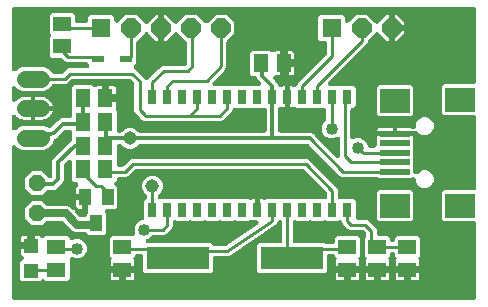
<source format=gbr>
G04 EAGLE Gerber RS-274X export*
G75*
%MOMM*%
%FSLAX34Y34*%
%LPD*%
%INTop Copper*%
%IPPOS*%
%AMOC8*
5,1,8,0,0,1.08239X$1,22.5*%
G01*
%ADD10R,0.762000X1.270000*%
%ADD11R,5.334000X1.930400*%
%ADD12R,1.500000X1.300000*%
%ADD13R,1.300000X1.500000*%
%ADD14R,1.200000X1.200000*%
%ADD15R,1.600000X1.300000*%
%ADD16C,1.422400*%
%ADD17R,1.300000X1.600000*%
%ADD18R,1.000000X1.400000*%
%ADD19R,1.625600X1.625600*%
%ADD20P,1.759533X8X112.500000*%
%ADD21R,2.500000X2.000000*%
%ADD22R,2.500000X0.500000*%
%ADD23R,1.050000X0.500000*%
%ADD24P,1.539592X8X292.500000*%
%ADD25C,0.254000*%
%ADD26C,1.016000*%
%ADD27C,0.355600*%
%ADD28C,1.143000*%
%ADD29C,0.660400*%

G36*
X595902Y168201D02*
X595902Y168201D01*
X595920Y168199D01*
X596102Y168220D01*
X596285Y168239D01*
X596302Y168244D01*
X596319Y168246D01*
X596494Y168303D01*
X596670Y168357D01*
X596685Y168365D01*
X596702Y168371D01*
X596862Y168461D01*
X597024Y168549D01*
X597037Y168560D01*
X597053Y168569D01*
X597192Y168689D01*
X597333Y168806D01*
X597344Y168820D01*
X597358Y168832D01*
X597470Y168977D01*
X597585Y169120D01*
X597593Y169136D01*
X597604Y169150D01*
X597686Y169315D01*
X597771Y169477D01*
X597776Y169494D01*
X597784Y169510D01*
X597831Y169689D01*
X597882Y169864D01*
X597884Y169882D01*
X597888Y169899D01*
X597915Y170230D01*
X597915Y232528D01*
X597913Y232546D01*
X597915Y232564D01*
X597894Y232746D01*
X597875Y232929D01*
X597870Y232946D01*
X597868Y232963D01*
X597811Y233138D01*
X597757Y233314D01*
X597749Y233329D01*
X597743Y233346D01*
X597653Y233506D01*
X597565Y233668D01*
X597554Y233681D01*
X597545Y233697D01*
X597425Y233836D01*
X597308Y233977D01*
X597294Y233988D01*
X597282Y234002D01*
X597137Y234114D01*
X596994Y234229D01*
X596978Y234237D01*
X596964Y234248D01*
X596799Y234330D01*
X596637Y234415D01*
X596620Y234420D01*
X596604Y234428D01*
X596425Y234475D01*
X596250Y234526D01*
X596232Y234528D01*
X596215Y234532D01*
X595884Y234559D01*
X570505Y234559D01*
X568719Y236345D01*
X568719Y258871D01*
X570505Y260657D01*
X595884Y260657D01*
X595902Y260659D01*
X595920Y260657D01*
X596102Y260678D01*
X596285Y260697D01*
X596302Y260702D01*
X596319Y260704D01*
X596494Y260761D01*
X596670Y260815D01*
X596685Y260823D01*
X596702Y260829D01*
X596862Y260919D01*
X597024Y261007D01*
X597037Y261018D01*
X597053Y261027D01*
X597192Y261147D01*
X597333Y261264D01*
X597344Y261278D01*
X597358Y261290D01*
X597470Y261435D01*
X597585Y261578D01*
X597593Y261594D01*
X597604Y261608D01*
X597686Y261773D01*
X597771Y261935D01*
X597776Y261952D01*
X597784Y261968D01*
X597831Y262147D01*
X597882Y262322D01*
X597884Y262340D01*
X597888Y262357D01*
X597915Y262688D01*
X597915Y322528D01*
X597913Y322546D01*
X597915Y322564D01*
X597894Y322746D01*
X597875Y322929D01*
X597870Y322946D01*
X597868Y322963D01*
X597811Y323138D01*
X597757Y323314D01*
X597749Y323329D01*
X597743Y323346D01*
X597653Y323506D01*
X597565Y323668D01*
X597554Y323681D01*
X597545Y323697D01*
X597425Y323836D01*
X597308Y323977D01*
X597294Y323988D01*
X597282Y324002D01*
X597137Y324114D01*
X596994Y324229D01*
X596978Y324237D01*
X596964Y324248D01*
X596799Y324330D01*
X596637Y324415D01*
X596620Y324420D01*
X596604Y324428D01*
X596425Y324475D01*
X596250Y324526D01*
X596232Y324528D01*
X596215Y324532D01*
X595884Y324559D01*
X570505Y324559D01*
X568719Y326345D01*
X568719Y348871D01*
X570505Y350657D01*
X595884Y350657D01*
X595902Y350659D01*
X595920Y350657D01*
X596102Y350678D01*
X596285Y350697D01*
X596302Y350702D01*
X596319Y350704D01*
X596494Y350761D01*
X596670Y350815D01*
X596685Y350823D01*
X596702Y350829D01*
X596862Y350919D01*
X597024Y351007D01*
X597037Y351018D01*
X597053Y351027D01*
X597192Y351147D01*
X597333Y351264D01*
X597344Y351278D01*
X597358Y351290D01*
X597470Y351435D01*
X597585Y351578D01*
X597593Y351594D01*
X597604Y351608D01*
X597686Y351773D01*
X597771Y351935D01*
X597776Y351952D01*
X597784Y351968D01*
X597831Y352145D01*
X597882Y352322D01*
X597884Y352340D01*
X597888Y352357D01*
X597915Y352688D01*
X597915Y413970D01*
X597913Y413988D01*
X597915Y414006D01*
X597894Y414188D01*
X597875Y414371D01*
X597870Y414388D01*
X597868Y414405D01*
X597811Y414580D01*
X597757Y414756D01*
X597749Y414771D01*
X597743Y414788D01*
X597653Y414947D01*
X597565Y415110D01*
X597554Y415123D01*
X597545Y415139D01*
X597425Y415278D01*
X597308Y415419D01*
X597294Y415430D01*
X597282Y415444D01*
X597137Y415556D01*
X596994Y415671D01*
X596978Y415679D01*
X596964Y415690D01*
X596799Y415772D01*
X596637Y415857D01*
X596620Y415862D01*
X596604Y415870D01*
X596425Y415917D01*
X596250Y415968D01*
X596232Y415970D01*
X596215Y415974D01*
X595884Y416001D01*
X206628Y416001D01*
X206610Y415999D01*
X206592Y416001D01*
X206410Y415980D01*
X206227Y415961D01*
X206210Y415956D01*
X206193Y415954D01*
X206018Y415897D01*
X205842Y415843D01*
X205827Y415835D01*
X205810Y415829D01*
X205650Y415739D01*
X205488Y415651D01*
X205475Y415640D01*
X205459Y415631D01*
X205320Y415511D01*
X205179Y415394D01*
X205168Y415380D01*
X205154Y415368D01*
X205042Y415223D01*
X204927Y415080D01*
X204919Y415064D01*
X204908Y415050D01*
X204826Y414885D01*
X204741Y414723D01*
X204736Y414706D01*
X204728Y414690D01*
X204681Y414511D01*
X204630Y414336D01*
X204628Y414318D01*
X204624Y414301D01*
X204597Y413970D01*
X204597Y363448D01*
X204598Y363439D01*
X204597Y363430D01*
X204618Y363238D01*
X204637Y363047D01*
X204639Y363039D01*
X204640Y363030D01*
X204698Y362848D01*
X204755Y362662D01*
X204759Y362655D01*
X204762Y362646D01*
X204855Y362478D01*
X204947Y362308D01*
X204952Y362302D01*
X204957Y362294D01*
X205082Y362146D01*
X205204Y361999D01*
X205211Y361994D01*
X205217Y361987D01*
X205369Y361867D01*
X205518Y361747D01*
X205526Y361743D01*
X205533Y361737D01*
X205705Y361650D01*
X205875Y361561D01*
X205884Y361559D01*
X205892Y361555D01*
X206078Y361503D01*
X206262Y361450D01*
X206271Y361449D01*
X206280Y361447D01*
X206472Y361433D01*
X206664Y361417D01*
X206672Y361418D01*
X206681Y361417D01*
X206874Y361442D01*
X207063Y361464D01*
X207072Y361467D01*
X207081Y361468D01*
X207264Y361529D01*
X207446Y361589D01*
X207454Y361593D01*
X207462Y361596D01*
X207628Y361691D01*
X207797Y361787D01*
X207804Y361793D01*
X207811Y361797D01*
X208064Y362012D01*
X209878Y363826D01*
X213613Y365373D01*
X231879Y365373D01*
X235614Y363826D01*
X238472Y360968D01*
X238548Y360785D01*
X238558Y360765D01*
X238565Y360744D01*
X238653Y360588D01*
X238738Y360430D01*
X238752Y360413D01*
X238763Y360393D01*
X238880Y360258D01*
X238994Y360119D01*
X239012Y360105D01*
X239026Y360088D01*
X239168Y359979D01*
X239307Y359866D01*
X239327Y359855D01*
X239344Y359842D01*
X239505Y359762D01*
X239663Y359679D01*
X239685Y359672D01*
X239705Y359662D01*
X239878Y359616D01*
X240050Y359566D01*
X240072Y359564D01*
X240094Y359558D01*
X240424Y359531D01*
X246918Y359531D01*
X246944Y359533D01*
X246971Y359531D01*
X247145Y359553D01*
X247318Y359571D01*
X247344Y359578D01*
X247370Y359582D01*
X247536Y359637D01*
X247703Y359689D01*
X247727Y359702D01*
X247752Y359710D01*
X247904Y359797D01*
X248057Y359881D01*
X248078Y359898D01*
X248101Y359911D01*
X248354Y360126D01*
X251554Y363325D01*
X253141Y363983D01*
X268468Y363983D01*
X268477Y363984D01*
X268486Y363983D01*
X268678Y364004D01*
X268868Y364023D01*
X268877Y364025D01*
X268886Y364026D01*
X269068Y364084D01*
X269253Y364141D01*
X269261Y364145D01*
X269270Y364148D01*
X269438Y364241D01*
X269607Y364333D01*
X269614Y364338D01*
X269622Y364343D01*
X269770Y364468D01*
X269917Y364590D01*
X269922Y364597D01*
X269929Y364603D01*
X270048Y364754D01*
X270169Y364904D01*
X270173Y364912D01*
X270179Y364919D01*
X270266Y365090D01*
X270355Y365261D01*
X270357Y365270D01*
X270361Y365278D01*
X270413Y365464D01*
X270466Y365648D01*
X270467Y365657D01*
X270469Y365666D01*
X270483Y365858D01*
X270499Y366050D01*
X270498Y366058D01*
X270498Y366067D01*
X270474Y366260D01*
X270452Y366449D01*
X270449Y366458D01*
X270448Y366467D01*
X270387Y366650D01*
X270327Y366832D01*
X270323Y366840D01*
X270320Y366848D01*
X270224Y367014D01*
X270129Y367183D01*
X270123Y367190D01*
X270119Y367197D01*
X269904Y367450D01*
X269135Y368219D01*
X269103Y368324D01*
X269095Y368339D01*
X269089Y368356D01*
X268999Y368516D01*
X268911Y368678D01*
X268900Y368691D01*
X268891Y368707D01*
X268771Y368846D01*
X268654Y368987D01*
X268640Y368998D01*
X268628Y369012D01*
X268483Y369124D01*
X268340Y369239D01*
X268324Y369247D01*
X268310Y369258D01*
X268145Y369340D01*
X267983Y369425D01*
X267966Y369430D01*
X267950Y369438D01*
X267771Y369485D01*
X267596Y369536D01*
X267578Y369538D01*
X267561Y369542D01*
X267230Y369569D01*
X251109Y369569D01*
X249522Y370227D01*
X247216Y372532D01*
X247195Y372549D01*
X247178Y372570D01*
X247040Y372677D01*
X246905Y372787D01*
X246881Y372800D01*
X246860Y372816D01*
X246703Y372894D01*
X246549Y372976D01*
X246523Y372984D01*
X246499Y372996D01*
X246330Y373041D01*
X246163Y373091D01*
X246136Y373093D01*
X246110Y373100D01*
X245780Y373127D01*
X238887Y373127D01*
X237101Y374913D01*
X237101Y390439D01*
X237402Y390740D01*
X237413Y390754D01*
X237427Y390765D01*
X237541Y390909D01*
X237657Y391051D01*
X237666Y391067D01*
X237677Y391081D01*
X237760Y391245D01*
X237846Y391407D01*
X237851Y391424D01*
X237859Y391440D01*
X237908Y391617D01*
X237961Y391793D01*
X237962Y391811D01*
X237967Y391828D01*
X237980Y392011D01*
X237997Y392194D01*
X237995Y392212D01*
X237996Y392229D01*
X237973Y392411D01*
X237954Y392594D01*
X237948Y392611D01*
X237946Y392629D01*
X237888Y392802D01*
X237832Y392978D01*
X237823Y392994D01*
X237818Y393010D01*
X237726Y393170D01*
X237637Y393330D01*
X237626Y393344D01*
X237617Y393359D01*
X237402Y393612D01*
X237101Y393913D01*
X237101Y409439D01*
X238887Y411225D01*
X256413Y411225D01*
X258199Y409439D01*
X258199Y404622D01*
X258201Y404604D01*
X258199Y404586D01*
X258220Y404404D01*
X258239Y404221D01*
X258244Y404204D01*
X258246Y404187D01*
X258303Y404012D01*
X258357Y403836D01*
X258365Y403821D01*
X258371Y403804D01*
X258461Y403644D01*
X258549Y403482D01*
X258560Y403469D01*
X258569Y403453D01*
X258689Y403314D01*
X258806Y403173D01*
X258820Y403162D01*
X258832Y403148D01*
X258977Y403036D01*
X259120Y402921D01*
X259136Y402913D01*
X259150Y402902D01*
X259315Y402820D01*
X259477Y402735D01*
X259494Y402730D01*
X259510Y402722D01*
X259689Y402675D01*
X259864Y402624D01*
X259882Y402622D01*
X259899Y402618D01*
X260230Y402591D01*
X267208Y402591D01*
X267226Y402593D01*
X267244Y402591D01*
X267426Y402612D01*
X267609Y402631D01*
X267626Y402636D01*
X267643Y402638D01*
X267818Y402695D01*
X267994Y402749D01*
X268009Y402757D01*
X268026Y402763D01*
X268186Y402853D01*
X268348Y402941D01*
X268361Y402952D01*
X268377Y402961D01*
X268516Y403081D01*
X268657Y403198D01*
X268668Y403212D01*
X268682Y403224D01*
X268794Y403369D01*
X268909Y403512D01*
X268917Y403528D01*
X268928Y403542D01*
X269010Y403707D01*
X269095Y403869D01*
X269100Y403886D01*
X269108Y403902D01*
X269155Y404081D01*
X269206Y404256D01*
X269208Y404274D01*
X269212Y404291D01*
X269239Y404622D01*
X269239Y407663D01*
X271025Y409449D01*
X289807Y409449D01*
X291593Y407663D01*
X291593Y404759D01*
X291594Y404750D01*
X291593Y404741D01*
X291614Y404548D01*
X291633Y404358D01*
X291635Y404350D01*
X291636Y404341D01*
X291694Y404157D01*
X291751Y403973D01*
X291755Y403965D01*
X291758Y403957D01*
X291851Y403788D01*
X291943Y403619D01*
X291948Y403612D01*
X291953Y403605D01*
X292077Y403458D01*
X292200Y403310D01*
X292207Y403304D01*
X292213Y403298D01*
X292364Y403179D01*
X292514Y403058D01*
X292522Y403054D01*
X292529Y403048D01*
X292702Y402960D01*
X292871Y402872D01*
X292880Y402870D01*
X292888Y402866D01*
X293074Y402814D01*
X293258Y402761D01*
X293267Y402760D01*
X293276Y402758D01*
X293469Y402744D01*
X293660Y402728D01*
X293668Y402729D01*
X293677Y402728D01*
X293870Y402753D01*
X294059Y402775D01*
X294068Y402778D01*
X294077Y402779D01*
X294259Y402840D01*
X294442Y402900D01*
X294450Y402904D01*
X294458Y402907D01*
X294625Y403003D01*
X294793Y403098D01*
X294800Y403103D01*
X294807Y403108D01*
X295060Y403323D01*
X301186Y409449D01*
X310446Y409449D01*
X317439Y402455D01*
X317453Y402444D01*
X317464Y402430D01*
X317608Y402317D01*
X317750Y402200D01*
X317766Y402192D01*
X317780Y402181D01*
X317944Y402098D01*
X318106Y402012D01*
X318123Y402007D01*
X318139Y401998D01*
X318316Y401949D01*
X318492Y401897D01*
X318510Y401895D01*
X318527Y401890D01*
X318710Y401877D01*
X318893Y401860D01*
X318911Y401862D01*
X318929Y401861D01*
X319110Y401884D01*
X319293Y401904D01*
X319310Y401909D01*
X319328Y401912D01*
X319501Y401970D01*
X319677Y402025D01*
X319693Y402034D01*
X319710Y402040D01*
X319869Y402132D01*
X320029Y402220D01*
X320043Y402232D01*
X320059Y402241D01*
X320312Y402455D01*
X326797Y408941D01*
X328677Y408941D01*
X328677Y398780D01*
X328678Y398762D01*
X328677Y398745D01*
X328698Y398562D01*
X328717Y398380D01*
X328722Y398363D01*
X328724Y398345D01*
X328749Y398267D01*
X328710Y398130D01*
X328708Y398112D01*
X328704Y398095D01*
X328677Y397764D01*
X328677Y387603D01*
X326797Y387603D01*
X320312Y394089D01*
X320298Y394100D01*
X320286Y394114D01*
X320142Y394227D01*
X320000Y394344D01*
X319984Y394352D01*
X319970Y394363D01*
X319806Y394447D01*
X319644Y394532D01*
X319627Y394537D01*
X319611Y394546D01*
X319434Y394595D01*
X319258Y394647D01*
X319241Y394649D01*
X319223Y394654D01*
X319040Y394667D01*
X318857Y394684D01*
X318840Y394682D01*
X318822Y394683D01*
X318640Y394660D01*
X318457Y394640D01*
X318440Y394635D01*
X318422Y394632D01*
X318249Y394574D01*
X318073Y394519D01*
X318058Y394510D01*
X318041Y394504D01*
X317881Y394412D01*
X317721Y394324D01*
X317707Y394312D01*
X317692Y394303D01*
X317439Y394089D01*
X310730Y387379D01*
X310713Y387359D01*
X310692Y387341D01*
X310585Y387203D01*
X310475Y387068D01*
X310462Y387044D01*
X310446Y387023D01*
X310368Y386866D01*
X310286Y386712D01*
X310278Y386687D01*
X310266Y386663D01*
X310221Y386493D01*
X310171Y386326D01*
X310169Y386300D01*
X310162Y386274D01*
X310135Y385943D01*
X310135Y373029D01*
X310013Y372736D01*
X310004Y372706D01*
X309990Y372678D01*
X309946Y372513D01*
X309897Y372351D01*
X309894Y372320D01*
X309886Y372289D01*
X309859Y371959D01*
X309859Y368093D01*
X308467Y366701D01*
X308458Y366691D01*
X308448Y366682D01*
X308331Y366535D01*
X308212Y366390D01*
X308206Y366378D01*
X308197Y366368D01*
X308112Y366201D01*
X308023Y366034D01*
X308019Y366021D01*
X308013Y366009D01*
X307962Y365830D01*
X307908Y365648D01*
X307907Y365635D01*
X307904Y365622D01*
X307889Y365436D01*
X307872Y365247D01*
X307873Y365234D01*
X307872Y365221D01*
X307895Y365036D01*
X307915Y364847D01*
X307920Y364834D01*
X307921Y364821D01*
X307980Y364644D01*
X308037Y364463D01*
X308043Y364451D01*
X308048Y364439D01*
X308141Y364276D01*
X308232Y364111D01*
X308240Y364101D01*
X308247Y364089D01*
X308371Y363947D01*
X308492Y363804D01*
X308503Y363796D01*
X308512Y363785D01*
X308660Y363671D01*
X308808Y363554D01*
X308820Y363548D01*
X308831Y363540D01*
X309126Y363388D01*
X309278Y363325D01*
X316589Y356014D01*
X316852Y355380D01*
X316858Y355368D01*
X316863Y355355D01*
X316953Y355191D01*
X317042Y355025D01*
X317051Y355014D01*
X317057Y355003D01*
X317179Y354859D01*
X317299Y354714D01*
X317309Y354706D01*
X317318Y354696D01*
X317465Y354580D01*
X317611Y354461D01*
X317623Y354454D01*
X317634Y354446D01*
X317801Y354361D01*
X317968Y354274D01*
X317981Y354270D01*
X317993Y354264D01*
X318174Y354213D01*
X318354Y354161D01*
X318368Y354159D01*
X318381Y354156D01*
X318569Y354142D01*
X318755Y354126D01*
X318769Y354127D01*
X318782Y354126D01*
X318970Y354150D01*
X319155Y354171D01*
X319168Y354175D01*
X319182Y354177D01*
X319360Y354237D01*
X319539Y354294D01*
X319550Y354301D01*
X319563Y354305D01*
X319727Y354399D01*
X319890Y354491D01*
X319900Y354499D01*
X319912Y354506D01*
X320165Y354721D01*
X329301Y363857D01*
X330802Y365357D01*
X330876Y365388D01*
X332389Y366015D01*
X350938Y366015D01*
X350964Y366017D01*
X350991Y366015D01*
X351165Y366037D01*
X351338Y366055D01*
X351364Y366062D01*
X351390Y366066D01*
X351556Y366121D01*
X351723Y366173D01*
X351747Y366186D01*
X351772Y366194D01*
X351924Y366281D01*
X352077Y366365D01*
X352098Y366382D01*
X352121Y366395D01*
X352374Y366610D01*
X352718Y366954D01*
X352735Y366975D01*
X352756Y366992D01*
X352863Y367130D01*
X352973Y367265D01*
X352986Y367289D01*
X353002Y367310D01*
X353080Y367467D01*
X353162Y367621D01*
X353170Y367647D01*
X353182Y367671D01*
X353227Y367840D01*
X353277Y368007D01*
X353279Y368034D01*
X353286Y368060D01*
X353313Y368390D01*
X353313Y385064D01*
X353311Y385082D01*
X353313Y385100D01*
X353292Y385282D01*
X353273Y385465D01*
X353268Y385482D01*
X353266Y385499D01*
X353209Y385674D01*
X353155Y385850D01*
X353147Y385865D01*
X353141Y385882D01*
X353051Y386042D01*
X352963Y386204D01*
X352952Y386217D01*
X352943Y386233D01*
X352823Y386372D01*
X352706Y386513D01*
X352692Y386524D01*
X352680Y386538D01*
X352535Y386650D01*
X352392Y386765D01*
X352376Y386773D01*
X352362Y386784D01*
X352233Y386848D01*
X344993Y394089D01*
X344979Y394100D01*
X344968Y394114D01*
X344824Y394227D01*
X344682Y394344D01*
X344666Y394352D01*
X344652Y394363D01*
X344487Y394447D01*
X344326Y394532D01*
X344309Y394537D01*
X344293Y394546D01*
X344115Y394595D01*
X343940Y394647D01*
X343922Y394649D01*
X343905Y394654D01*
X343722Y394667D01*
X343539Y394684D01*
X343521Y394682D01*
X343503Y394683D01*
X343321Y394660D01*
X343139Y394640D01*
X343122Y394635D01*
X343104Y394632D01*
X342930Y394574D01*
X342755Y394519D01*
X342739Y394510D01*
X342722Y394504D01*
X342563Y394412D01*
X342403Y394324D01*
X342389Y394312D01*
X342373Y394303D01*
X342120Y394089D01*
X335635Y387603D01*
X333755Y387603D01*
X333755Y397764D01*
X333753Y397782D01*
X333755Y397799D01*
X333734Y397982D01*
X333715Y398164D01*
X333710Y398181D01*
X333708Y398199D01*
X333683Y398277D01*
X333722Y398414D01*
X333724Y398432D01*
X333728Y398449D01*
X333755Y398780D01*
X333755Y408941D01*
X335635Y408941D01*
X342120Y402455D01*
X342134Y402444D01*
X342146Y402430D01*
X342290Y402317D01*
X342432Y402200D01*
X342448Y402192D01*
X342462Y402181D01*
X342626Y402098D01*
X342788Y402012D01*
X342805Y402007D01*
X342821Y401998D01*
X342998Y401949D01*
X343174Y401897D01*
X343191Y401895D01*
X343209Y401890D01*
X343392Y401877D01*
X343575Y401860D01*
X343592Y401862D01*
X343610Y401861D01*
X343792Y401884D01*
X343975Y401904D01*
X343992Y401909D01*
X344010Y401912D01*
X344183Y401970D01*
X344359Y402025D01*
X344374Y402034D01*
X344391Y402040D01*
X344551Y402132D01*
X344711Y402220D01*
X344724Y402232D01*
X344740Y402241D01*
X344993Y402455D01*
X351986Y409449D01*
X361246Y409449D01*
X367880Y402815D01*
X367893Y402803D01*
X367905Y402790D01*
X368049Y402676D01*
X368191Y402560D01*
X368207Y402551D01*
X368221Y402540D01*
X368385Y402457D01*
X368547Y402371D01*
X368564Y402366D01*
X368580Y402358D01*
X368757Y402308D01*
X368933Y402256D01*
X368951Y402254D01*
X368968Y402250D01*
X369151Y402236D01*
X369334Y402220D01*
X369352Y402222D01*
X369369Y402220D01*
X369551Y402243D01*
X369734Y402263D01*
X369751Y402269D01*
X369769Y402271D01*
X369942Y402329D01*
X370118Y402385D01*
X370134Y402393D01*
X370150Y402399D01*
X370310Y402491D01*
X370470Y402579D01*
X370484Y402591D01*
X370499Y402600D01*
X370752Y402815D01*
X377386Y409449D01*
X386646Y409449D01*
X393193Y402902D01*
X393193Y393642D01*
X386930Y387379D01*
X386913Y387359D01*
X386892Y387341D01*
X386785Y387203D01*
X386675Y387068D01*
X386662Y387044D01*
X386646Y387023D01*
X386568Y386866D01*
X386486Y386712D01*
X386478Y386687D01*
X386466Y386663D01*
X386421Y386493D01*
X386371Y386326D01*
X386369Y386300D01*
X386362Y386274D01*
X386335Y385943D01*
X386335Y364901D01*
X385677Y363314D01*
X384177Y361813D01*
X375130Y352766D01*
X375124Y352759D01*
X375117Y352754D01*
X374997Y352604D01*
X374875Y352455D01*
X374871Y352447D01*
X374865Y352440D01*
X374777Y352270D01*
X374686Y352099D01*
X374684Y352090D01*
X374680Y352083D01*
X374626Y351897D01*
X374571Y351713D01*
X374571Y351704D01*
X374568Y351696D01*
X374552Y351504D01*
X374535Y351312D01*
X374536Y351303D01*
X374535Y351294D01*
X374557Y351105D01*
X374578Y350912D01*
X374581Y350903D01*
X374582Y350895D01*
X374642Y350713D01*
X374700Y350528D01*
X374704Y350520D01*
X374707Y350512D01*
X374803Y350342D01*
X374895Y350176D01*
X374900Y350169D01*
X374905Y350161D01*
X375031Y350015D01*
X375155Y349869D01*
X375162Y349863D01*
X375168Y349856D01*
X375320Y349738D01*
X375471Y349619D01*
X375479Y349615D01*
X375486Y349610D01*
X375658Y349524D01*
X375830Y349437D01*
X375839Y349434D01*
X375847Y349430D01*
X376033Y349380D01*
X376218Y349329D01*
X376227Y349328D01*
X376235Y349326D01*
X376566Y349299D01*
X379758Y349299D01*
X379875Y349203D01*
X379891Y349194D01*
X379905Y349183D01*
X380069Y349100D01*
X380231Y349014D01*
X380248Y349009D01*
X380264Y349001D01*
X380441Y348952D01*
X380617Y348899D01*
X380635Y348898D01*
X380652Y348893D01*
X380835Y348880D01*
X381018Y348863D01*
X381036Y348865D01*
X381053Y348864D01*
X381235Y348887D01*
X381418Y348906D01*
X381435Y348912D01*
X381453Y348914D01*
X381626Y348972D01*
X381802Y349028D01*
X381818Y349037D01*
X381835Y349042D01*
X381994Y349134D01*
X382154Y349223D01*
X382168Y349234D01*
X382183Y349243D01*
X382249Y349299D01*
X392458Y349299D01*
X392575Y349203D01*
X392591Y349194D01*
X392605Y349183D01*
X392769Y349100D01*
X392931Y349014D01*
X392948Y349009D01*
X392964Y349001D01*
X393141Y348952D01*
X393317Y348899D01*
X393335Y348898D01*
X393352Y348893D01*
X393535Y348880D01*
X393718Y348863D01*
X393736Y348865D01*
X393753Y348864D01*
X393935Y348887D01*
X394118Y348906D01*
X394135Y348912D01*
X394153Y348914D01*
X394326Y348972D01*
X394502Y349028D01*
X394518Y349037D01*
X394535Y349042D01*
X394694Y349134D01*
X394854Y349223D01*
X394868Y349234D01*
X394883Y349243D01*
X394949Y349299D01*
X405158Y349299D01*
X405275Y349203D01*
X405291Y349194D01*
X405305Y349183D01*
X405469Y349100D01*
X405631Y349014D01*
X405648Y349009D01*
X405664Y349001D01*
X405841Y348952D01*
X406017Y348899D01*
X406035Y348898D01*
X406052Y348893D01*
X406235Y348880D01*
X406418Y348863D01*
X406436Y348865D01*
X406453Y348864D01*
X406635Y348887D01*
X406818Y348906D01*
X406835Y348912D01*
X406853Y348914D01*
X407026Y348972D01*
X407202Y349028D01*
X407218Y349037D01*
X407235Y349042D01*
X407394Y349134D01*
X407554Y349223D01*
X407568Y349234D01*
X407583Y349243D01*
X407649Y349299D01*
X413671Y349299D01*
X413680Y349300D01*
X413689Y349299D01*
X413881Y349320D01*
X414072Y349339D01*
X414081Y349341D01*
X414089Y349342D01*
X414272Y349400D01*
X414457Y349457D01*
X414465Y349461D01*
X414473Y349464D01*
X414642Y349557D01*
X414811Y349649D01*
X414818Y349654D01*
X414826Y349659D01*
X414973Y349784D01*
X415120Y349906D01*
X415126Y349913D01*
X415133Y349919D01*
X415251Y350069D01*
X415373Y350220D01*
X415377Y350228D01*
X415382Y350235D01*
X415469Y350406D01*
X415558Y350577D01*
X415561Y350586D01*
X415565Y350594D01*
X415616Y350780D01*
X415669Y350964D01*
X415670Y350973D01*
X415673Y350982D01*
X415687Y351174D01*
X415702Y351366D01*
X415701Y351374D01*
X415702Y351383D01*
X415678Y351576D01*
X415655Y351765D01*
X415653Y351774D01*
X415652Y351783D01*
X415590Y351966D01*
X415531Y352148D01*
X415526Y352156D01*
X415523Y352164D01*
X415429Y352329D01*
X415333Y352499D01*
X415327Y352506D01*
X415322Y352513D01*
X415108Y352766D01*
X413766Y354108D01*
X413707Y354156D01*
X413624Y354237D01*
X413116Y354657D01*
X413092Y354694D01*
X413023Y354812D01*
X412975Y354869D01*
X412944Y354915D01*
X412888Y354971D01*
X412865Y354999D01*
X412615Y355603D01*
X412579Y355671D01*
X412533Y355777D01*
X412059Y356671D01*
X411989Y356778D01*
X411926Y356889D01*
X411877Y356945D01*
X411837Y357006D01*
X411746Y357097D01*
X411663Y357194D01*
X411604Y357239D01*
X411552Y357291D01*
X411445Y357362D01*
X411345Y357440D01*
X411278Y357473D01*
X411217Y357514D01*
X411098Y357563D01*
X410984Y357620D01*
X410913Y357639D01*
X410844Y357667D01*
X410719Y357691D01*
X410595Y357724D01*
X410510Y357731D01*
X410449Y357743D01*
X410374Y357742D01*
X410264Y357751D01*
X408187Y357751D01*
X406401Y359537D01*
X406401Y377063D01*
X408187Y378849D01*
X423713Y378849D01*
X424417Y378144D01*
X424537Y378046D01*
X424653Y377942D01*
X424693Y377918D01*
X424729Y377889D01*
X424866Y377816D01*
X425000Y377737D01*
X425044Y377722D01*
X425085Y377700D01*
X425233Y377656D01*
X425380Y377605D01*
X425426Y377599D01*
X425471Y377586D01*
X425625Y377572D01*
X425779Y377550D01*
X425825Y377553D01*
X425872Y377549D01*
X426026Y377566D01*
X426180Y377576D01*
X426225Y377588D01*
X426272Y377593D01*
X426420Y377639D01*
X426569Y377679D01*
X426617Y377702D01*
X426656Y377714D01*
X426732Y377756D01*
X426869Y377821D01*
X427469Y378168D01*
X428115Y378341D01*
X431701Y378341D01*
X431701Y369518D01*
X431702Y369500D01*
X431701Y369483D01*
X431722Y369300D01*
X431741Y369118D01*
X431746Y369101D01*
X431748Y369083D01*
X431805Y368908D01*
X431859Y368733D01*
X431867Y368717D01*
X431873Y368700D01*
X431963Y368540D01*
X432050Y368379D01*
X432062Y368365D01*
X432071Y368349D01*
X432116Y368297D01*
X432031Y368192D01*
X432023Y368176D01*
X432012Y368162D01*
X431930Y367997D01*
X431845Y367834D01*
X431840Y367817D01*
X431832Y367801D01*
X431784Y367623D01*
X431734Y367448D01*
X431732Y367430D01*
X431728Y367413D01*
X431701Y367082D01*
X431701Y358259D01*
X428171Y358259D01*
X428162Y358258D01*
X428153Y358259D01*
X427961Y358238D01*
X427770Y358219D01*
X427761Y358217D01*
X427753Y358216D01*
X427570Y358158D01*
X427385Y358101D01*
X427377Y358097D01*
X427369Y358094D01*
X427200Y358001D01*
X427031Y357909D01*
X427024Y357904D01*
X427016Y357899D01*
X426869Y357774D01*
X426722Y357652D01*
X426716Y357645D01*
X426709Y357639D01*
X426590Y357488D01*
X426469Y357338D01*
X426465Y357330D01*
X426460Y357323D01*
X426373Y357152D01*
X426284Y356981D01*
X426281Y356972D01*
X426277Y356964D01*
X426226Y356779D01*
X426173Y356594D01*
X426172Y356585D01*
X426169Y356576D01*
X426155Y356384D01*
X426140Y356192D01*
X426141Y356184D01*
X426140Y356175D01*
X426164Y355982D01*
X426187Y355793D01*
X426189Y355784D01*
X426190Y355775D01*
X426252Y355592D01*
X426311Y355410D01*
X426316Y355402D01*
X426319Y355394D01*
X426414Y355228D01*
X426509Y355059D01*
X426515Y355052D01*
X426520Y355045D01*
X426734Y354792D01*
X427898Y353628D01*
X429542Y351984D01*
X430300Y350154D01*
X430317Y349986D01*
X430324Y349960D01*
X430328Y349933D01*
X430383Y349768D01*
X430435Y349601D01*
X430448Y349577D01*
X430456Y349552D01*
X430543Y349400D01*
X430584Y349326D01*
X430586Y349321D01*
X430587Y349319D01*
X430627Y349247D01*
X430644Y349226D01*
X430657Y349203D01*
X430796Y349039D01*
X430827Y348998D01*
X430845Y348982D01*
X430872Y348950D01*
X430891Y348931D01*
X431010Y348833D01*
X431126Y348729D01*
X431166Y348705D01*
X431202Y348676D01*
X431339Y348603D01*
X431473Y348524D01*
X431517Y348509D01*
X431558Y348487D01*
X431706Y348443D01*
X431853Y348392D01*
X431899Y348386D01*
X431944Y348372D01*
X432098Y348358D01*
X432252Y348337D01*
X432298Y348340D01*
X432345Y348336D01*
X432499Y348353D01*
X432654Y348362D01*
X432699Y348374D01*
X432745Y348379D01*
X432893Y348426D01*
X433043Y348466D01*
X433090Y348489D01*
X433129Y348501D01*
X433205Y348543D01*
X433343Y348608D01*
X433359Y348618D01*
X434005Y348791D01*
X436119Y348791D01*
X436119Y339900D01*
X436119Y331009D01*
X434005Y331009D01*
X433359Y331182D01*
X433343Y331192D01*
X433201Y331256D01*
X433062Y331327D01*
X433018Y331339D01*
X432976Y331358D01*
X432824Y331393D01*
X432674Y331434D01*
X432628Y331438D01*
X432583Y331448D01*
X432428Y331452D01*
X432272Y331463D01*
X432227Y331458D01*
X432181Y331459D01*
X432027Y331432D01*
X431873Y331413D01*
X431829Y331398D01*
X431784Y331390D01*
X431639Y331334D01*
X431491Y331284D01*
X431452Y331261D01*
X431409Y331245D01*
X431277Y331161D01*
X431142Y331083D01*
X431103Y331049D01*
X431069Y331028D01*
X431007Y330968D01*
X430890Y330868D01*
X430870Y330849D01*
X430854Y330829D01*
X430834Y330812D01*
X430803Y330771D01*
X430780Y330749D01*
X430731Y330679D01*
X430727Y330673D01*
X430616Y330537D01*
X430604Y330514D01*
X430588Y330494D01*
X430510Y330337D01*
X430427Y330181D01*
X430420Y330156D01*
X430408Y330133D01*
X430363Y329964D01*
X430313Y329795D01*
X430311Y329770D01*
X430304Y329745D01*
X430277Y329414D01*
X430277Y311658D01*
X430279Y311640D01*
X430277Y311622D01*
X430298Y311440D01*
X430317Y311257D01*
X430322Y311240D01*
X430324Y311223D01*
X430381Y311048D01*
X430435Y310872D01*
X430443Y310857D01*
X430449Y310840D01*
X430539Y310680D01*
X430627Y310518D01*
X430638Y310505D01*
X430647Y310489D01*
X430767Y310350D01*
X430884Y310209D01*
X430898Y310198D01*
X430910Y310184D01*
X431055Y310072D01*
X431198Y309957D01*
X431214Y309949D01*
X431228Y309938D01*
X431393Y309856D01*
X431555Y309771D01*
X431572Y309766D01*
X431588Y309758D01*
X431767Y309711D01*
X431942Y309660D01*
X431960Y309658D01*
X431977Y309654D01*
X432308Y309627D01*
X458160Y309627D01*
X459934Y308892D01*
X461292Y307534D01*
X461645Y306681D01*
X461660Y306653D01*
X461670Y306624D01*
X461755Y306476D01*
X461835Y306326D01*
X461855Y306302D01*
X461871Y306275D01*
X462086Y306022D01*
X479386Y288722D01*
X479393Y288716D01*
X479398Y288709D01*
X479548Y288589D01*
X479697Y288467D01*
X479705Y288463D01*
X479712Y288457D01*
X479883Y288368D01*
X480053Y288278D01*
X480061Y288276D01*
X480069Y288272D01*
X480255Y288218D01*
X480439Y288163D01*
X480448Y288163D01*
X480456Y288160D01*
X480648Y288144D01*
X480840Y288127D01*
X480849Y288128D01*
X480858Y288127D01*
X481047Y288149D01*
X481240Y288170D01*
X481249Y288173D01*
X481257Y288174D01*
X481439Y288234D01*
X481624Y288292D01*
X481632Y288296D01*
X481640Y288299D01*
X481809Y288394D01*
X481976Y288487D01*
X481983Y288492D01*
X481991Y288497D01*
X482137Y288623D01*
X482283Y288747D01*
X482289Y288754D01*
X482296Y288760D01*
X482413Y288911D01*
X482533Y289063D01*
X482537Y289071D01*
X482542Y289078D01*
X482628Y289250D01*
X482715Y289422D01*
X482718Y289431D01*
X482722Y289439D01*
X482772Y289625D01*
X482823Y289810D01*
X482824Y289819D01*
X482826Y289827D01*
X482853Y290158D01*
X482853Y304140D01*
X482852Y304154D01*
X482853Y304167D01*
X482832Y304353D01*
X482813Y304541D01*
X482809Y304554D01*
X482808Y304567D01*
X482750Y304746D01*
X482695Y304926D01*
X482689Y304938D01*
X482685Y304950D01*
X482593Y305115D01*
X482503Y305280D01*
X482495Y305290D01*
X482488Y305302D01*
X482366Y305445D01*
X482246Y305589D01*
X482235Y305597D01*
X482227Y305608D01*
X482078Y305724D01*
X481932Y305841D01*
X481920Y305848D01*
X481910Y305856D01*
X481741Y305941D01*
X481575Y306027D01*
X481562Y306031D01*
X481550Y306037D01*
X481368Y306086D01*
X481188Y306138D01*
X481174Y306139D01*
X481161Y306143D01*
X480973Y306156D01*
X480786Y306171D01*
X480773Y306170D01*
X480760Y306171D01*
X480572Y306146D01*
X480387Y306124D01*
X480374Y306120D01*
X480361Y306118D01*
X480045Y306017D01*
X477105Y304799D01*
X473871Y304799D01*
X470883Y306037D01*
X468597Y308323D01*
X467359Y311311D01*
X467359Y314545D01*
X468597Y317533D01*
X470574Y319510D01*
X470591Y319531D01*
X470612Y319548D01*
X470719Y319686D01*
X470829Y319822D01*
X470842Y319845D01*
X470858Y319866D01*
X470936Y320023D01*
X471018Y320177D01*
X471026Y320203D01*
X471038Y320227D01*
X471083Y320396D01*
X471133Y320563D01*
X471135Y320590D01*
X471142Y320616D01*
X471169Y320946D01*
X471169Y328470D01*
X471167Y328488D01*
X471169Y328506D01*
X471148Y328688D01*
X471129Y328871D01*
X471124Y328888D01*
X471122Y328905D01*
X471065Y329080D01*
X471011Y329256D01*
X471003Y329271D01*
X470997Y329288D01*
X470907Y329448D01*
X470819Y329610D01*
X470808Y329623D01*
X470799Y329639D01*
X470679Y329778D01*
X470562Y329919D01*
X470548Y329930D01*
X470536Y329944D01*
X470391Y330056D01*
X470248Y330171D01*
X470232Y330179D01*
X470218Y330190D01*
X470053Y330272D01*
X469891Y330357D01*
X469874Y330362D01*
X469858Y330370D01*
X469679Y330417D01*
X469504Y330468D01*
X469486Y330470D01*
X469469Y330474D01*
X469138Y330501D01*
X458442Y330501D01*
X458325Y330597D01*
X458309Y330606D01*
X458295Y330617D01*
X458131Y330700D01*
X457969Y330786D01*
X457952Y330791D01*
X457936Y330799D01*
X457759Y330848D01*
X457583Y330901D01*
X457565Y330902D01*
X457548Y330907D01*
X457365Y330920D01*
X457182Y330937D01*
X457164Y330935D01*
X457147Y330936D01*
X456965Y330913D01*
X456782Y330894D01*
X456765Y330888D01*
X456747Y330886D01*
X456574Y330828D01*
X456398Y330772D01*
X456382Y330763D01*
X456365Y330758D01*
X456206Y330666D01*
X456046Y330577D01*
X456032Y330566D01*
X456017Y330557D01*
X455951Y330501D01*
X445777Y330501D01*
X445409Y330869D01*
X445289Y330967D01*
X445174Y331071D01*
X445134Y331095D01*
X445098Y331124D01*
X444961Y331197D01*
X444827Y331276D01*
X444783Y331291D01*
X444742Y331313D01*
X444593Y331357D01*
X444447Y331408D01*
X444401Y331414D01*
X444356Y331428D01*
X444202Y331442D01*
X444048Y331463D01*
X444002Y331460D01*
X443955Y331464D01*
X443801Y331447D01*
X443646Y331438D01*
X443601Y331426D01*
X443555Y331421D01*
X443407Y331374D01*
X443257Y331334D01*
X443210Y331311D01*
X443171Y331299D01*
X443095Y331257D01*
X442957Y331192D01*
X442941Y331182D01*
X442295Y331009D01*
X440181Y331009D01*
X440181Y339900D01*
X440181Y348791D01*
X442295Y348791D01*
X442941Y348618D01*
X442957Y348608D01*
X443099Y348544D01*
X443237Y348474D01*
X443282Y348461D01*
X443324Y348442D01*
X443475Y348408D01*
X443625Y348366D01*
X443671Y348363D01*
X443717Y348352D01*
X443871Y348348D01*
X444026Y348337D01*
X444073Y348342D01*
X444119Y348341D01*
X444272Y348368D01*
X444426Y348387D01*
X444470Y348402D01*
X444516Y348410D01*
X444660Y348466D01*
X444807Y348515D01*
X444848Y348538D01*
X444891Y348555D01*
X445022Y348639D01*
X445156Y348716D01*
X445196Y348750D01*
X445231Y348772D01*
X445293Y348832D01*
X445409Y348931D01*
X446206Y349727D01*
X446226Y349752D01*
X446249Y349772D01*
X446353Y349907D01*
X446461Y350039D01*
X446475Y350066D01*
X446495Y350091D01*
X446646Y350386D01*
X447189Y351696D01*
X471336Y375844D01*
X471353Y375865D01*
X471374Y375882D01*
X471481Y376020D01*
X471591Y376155D01*
X471604Y376179D01*
X471620Y376200D01*
X471698Y376357D01*
X471780Y376511D01*
X471788Y376537D01*
X471800Y376561D01*
X471845Y376730D01*
X471895Y376897D01*
X471897Y376924D01*
X471904Y376950D01*
X471931Y377280D01*
X471931Y385064D01*
X471929Y385082D01*
X471931Y385100D01*
X471910Y385282D01*
X471891Y385465D01*
X471886Y385482D01*
X471884Y385499D01*
X471827Y385674D01*
X471773Y385850D01*
X471765Y385865D01*
X471759Y385882D01*
X471669Y386042D01*
X471581Y386204D01*
X471570Y386217D01*
X471561Y386233D01*
X471441Y386372D01*
X471324Y386513D01*
X471310Y386524D01*
X471298Y386538D01*
X471153Y386650D01*
X471010Y386765D01*
X470994Y386773D01*
X470980Y386784D01*
X470815Y386866D01*
X470653Y386951D01*
X470636Y386956D01*
X470620Y386964D01*
X470441Y387011D01*
X470266Y387062D01*
X470248Y387064D01*
X470231Y387068D01*
X469900Y387095D01*
X466097Y387095D01*
X464311Y388881D01*
X464311Y407663D01*
X466097Y409449D01*
X484879Y409449D01*
X486665Y407663D01*
X486665Y404759D01*
X486666Y404750D01*
X486665Y404741D01*
X486686Y404548D01*
X486705Y404358D01*
X486707Y404350D01*
X486708Y404341D01*
X486766Y404157D01*
X486823Y403973D01*
X486827Y403965D01*
X486830Y403957D01*
X486923Y403788D01*
X487015Y403619D01*
X487020Y403612D01*
X487025Y403605D01*
X487149Y403458D01*
X487272Y403310D01*
X487279Y403304D01*
X487285Y403298D01*
X487436Y403179D01*
X487586Y403058D01*
X487594Y403054D01*
X487601Y403048D01*
X487774Y402960D01*
X487943Y402872D01*
X487952Y402870D01*
X487960Y402866D01*
X488146Y402814D01*
X488330Y402761D01*
X488339Y402760D01*
X488348Y402758D01*
X488541Y402744D01*
X488732Y402728D01*
X488740Y402729D01*
X488749Y402728D01*
X488942Y402753D01*
X489131Y402775D01*
X489140Y402778D01*
X489149Y402779D01*
X489331Y402840D01*
X489514Y402900D01*
X489522Y402904D01*
X489530Y402907D01*
X489697Y403003D01*
X489865Y403098D01*
X489872Y403103D01*
X489879Y403108D01*
X490132Y403323D01*
X496258Y409449D01*
X505518Y409449D01*
X512511Y402455D01*
X512525Y402444D01*
X512536Y402430D01*
X512680Y402317D01*
X512822Y402200D01*
X512838Y402192D01*
X512852Y402181D01*
X513016Y402098D01*
X513178Y402012D01*
X513195Y402007D01*
X513211Y401998D01*
X513388Y401949D01*
X513564Y401897D01*
X513582Y401895D01*
X513599Y401890D01*
X513782Y401877D01*
X513965Y401860D01*
X513983Y401862D01*
X514001Y401861D01*
X514182Y401884D01*
X514365Y401904D01*
X514382Y401909D01*
X514400Y401912D01*
X514573Y401970D01*
X514749Y402025D01*
X514765Y402034D01*
X514782Y402040D01*
X514941Y402132D01*
X515101Y402220D01*
X515115Y402232D01*
X515131Y402241D01*
X515384Y402455D01*
X521869Y408941D01*
X523749Y408941D01*
X523749Y398780D01*
X523750Y398762D01*
X523749Y398745D01*
X523770Y398562D01*
X523789Y398380D01*
X523794Y398363D01*
X523796Y398345D01*
X523821Y398267D01*
X523782Y398130D01*
X523780Y398112D01*
X523776Y398095D01*
X523749Y397764D01*
X523749Y387603D01*
X521869Y387603D01*
X515384Y394089D01*
X515370Y394100D01*
X515358Y394114D01*
X515214Y394227D01*
X515072Y394344D01*
X515056Y394352D01*
X515042Y394363D01*
X514878Y394447D01*
X514716Y394532D01*
X514699Y394537D01*
X514683Y394546D01*
X514506Y394595D01*
X514330Y394647D01*
X514313Y394649D01*
X514295Y394654D01*
X514112Y394667D01*
X513929Y394684D01*
X513912Y394682D01*
X513894Y394683D01*
X513712Y394660D01*
X513529Y394640D01*
X513512Y394635D01*
X513494Y394632D01*
X513321Y394574D01*
X513145Y394519D01*
X513130Y394510D01*
X513113Y394504D01*
X512953Y394412D01*
X512793Y394324D01*
X512779Y394312D01*
X512764Y394303D01*
X512511Y394089D01*
X506564Y388141D01*
X506547Y388121D01*
X506526Y388103D01*
X506419Y387965D01*
X506309Y387830D01*
X506296Y387806D01*
X506280Y387785D01*
X506202Y387628D01*
X506120Y387474D01*
X506112Y387449D01*
X506100Y387425D01*
X506055Y387255D01*
X506005Y387088D01*
X506003Y387062D01*
X505996Y387036D01*
X505969Y386705D01*
X505969Y386491D01*
X505311Y384904D01*
X503811Y383403D01*
X473174Y352766D01*
X473168Y352759D01*
X473161Y352754D01*
X473041Y352604D01*
X472919Y352455D01*
X472915Y352447D01*
X472909Y352440D01*
X472820Y352269D01*
X472730Y352099D01*
X472728Y352091D01*
X472724Y352083D01*
X472669Y351895D01*
X472615Y351713D01*
X472615Y351704D01*
X472612Y351696D01*
X472596Y351504D01*
X472579Y351312D01*
X472580Y351303D01*
X472579Y351294D01*
X472601Y351105D01*
X472622Y350912D01*
X472625Y350903D01*
X472626Y350895D01*
X472686Y350713D01*
X472744Y350528D01*
X472748Y350520D01*
X472751Y350512D01*
X472847Y350342D01*
X472939Y350176D01*
X472944Y350169D01*
X472949Y350161D01*
X473075Y350015D01*
X473199Y349869D01*
X473206Y349863D01*
X473212Y349856D01*
X473364Y349738D01*
X473515Y349619D01*
X473523Y349615D01*
X473530Y349610D01*
X473702Y349524D01*
X473874Y349437D01*
X473883Y349434D01*
X473891Y349430D01*
X474077Y349380D01*
X474262Y349329D01*
X474271Y349328D01*
X474279Y349326D01*
X474610Y349299D01*
X481358Y349299D01*
X481475Y349203D01*
X481491Y349194D01*
X481505Y349183D01*
X481668Y349100D01*
X481831Y349014D01*
X481848Y349009D01*
X481864Y349001D01*
X482041Y348952D01*
X482217Y348899D01*
X482234Y348898D01*
X482252Y348893D01*
X482435Y348880D01*
X482618Y348863D01*
X482635Y348865D01*
X482653Y348864D01*
X482836Y348887D01*
X483018Y348906D01*
X483035Y348912D01*
X483053Y348914D01*
X483227Y348973D01*
X483402Y349028D01*
X483417Y349037D01*
X483434Y349042D01*
X483594Y349134D01*
X483754Y349223D01*
X483768Y349234D01*
X483783Y349243D01*
X483849Y349299D01*
X494023Y349299D01*
X495809Y347513D01*
X495809Y332287D01*
X494023Y330501D01*
X493522Y330501D01*
X493504Y330499D01*
X493486Y330501D01*
X493304Y330480D01*
X493121Y330461D01*
X493104Y330456D01*
X493087Y330454D01*
X492912Y330397D01*
X492736Y330343D01*
X492721Y330335D01*
X492704Y330329D01*
X492544Y330239D01*
X492382Y330151D01*
X492369Y330140D01*
X492353Y330131D01*
X492214Y330011D01*
X492073Y329894D01*
X492062Y329880D01*
X492048Y329868D01*
X491936Y329723D01*
X491821Y329580D01*
X491813Y329564D01*
X491802Y329550D01*
X491720Y329385D01*
X491635Y329223D01*
X491630Y329206D01*
X491622Y329190D01*
X491575Y329011D01*
X491524Y328836D01*
X491522Y328818D01*
X491518Y328801D01*
X491491Y328470D01*
X491491Y305881D01*
X491492Y305867D01*
X491491Y305854D01*
X491512Y305667D01*
X491531Y305480D01*
X491535Y305467D01*
X491536Y305454D01*
X491593Y305275D01*
X491649Y305095D01*
X491655Y305083D01*
X491659Y305070D01*
X491751Y304906D01*
X491841Y304741D01*
X491849Y304731D01*
X491856Y304719D01*
X491978Y304576D01*
X492098Y304432D01*
X492109Y304423D01*
X492117Y304413D01*
X492266Y304297D01*
X492412Y304179D01*
X492424Y304173D01*
X492434Y304165D01*
X492603Y304080D01*
X492769Y303994D01*
X492782Y303990D01*
X492794Y303984D01*
X492976Y303934D01*
X493156Y303882D01*
X493170Y303881D01*
X493183Y303878D01*
X493371Y303865D01*
X493558Y303850D01*
X493571Y303851D01*
X493584Y303850D01*
X493772Y303875D01*
X493957Y303896D01*
X493970Y303901D01*
X493983Y303902D01*
X494299Y304004D01*
X496223Y304801D01*
X499457Y304801D01*
X502445Y303563D01*
X504731Y301277D01*
X506014Y298181D01*
X506024Y298161D01*
X506031Y298140D01*
X506119Y297984D01*
X506204Y297826D01*
X506218Y297809D01*
X506229Y297789D01*
X506346Y297654D01*
X506460Y297515D01*
X506478Y297501D01*
X506492Y297484D01*
X506633Y297375D01*
X506773Y297262D01*
X506793Y297251D01*
X506810Y297238D01*
X506971Y297158D01*
X507129Y297075D01*
X507151Y297068D01*
X507171Y297058D01*
X507344Y297012D01*
X507516Y296962D01*
X507538Y296960D01*
X507559Y296954D01*
X507890Y296927D01*
X511688Y296927D01*
X511706Y296929D01*
X511724Y296927D01*
X511906Y296948D01*
X512089Y296967D01*
X512106Y296972D01*
X512123Y296974D01*
X512298Y297031D01*
X512474Y297085D01*
X512489Y297093D01*
X512506Y297099D01*
X512666Y297189D01*
X512828Y297277D01*
X512841Y297288D01*
X512857Y297297D01*
X512996Y297417D01*
X513137Y297534D01*
X513148Y297548D01*
X513162Y297560D01*
X513274Y297705D01*
X513389Y297848D01*
X513397Y297864D01*
X513408Y297878D01*
X513490Y298043D01*
X513575Y298205D01*
X513580Y298222D01*
X513588Y298238D01*
X513635Y298417D01*
X513686Y298592D01*
X513688Y298610D01*
X513692Y298627D01*
X513719Y298958D01*
X513719Y304386D01*
X513777Y304460D01*
X513887Y304595D01*
X513900Y304619D01*
X513916Y304640D01*
X513994Y304797D01*
X514076Y304951D01*
X514084Y304977D01*
X514096Y305001D01*
X514141Y305170D01*
X514191Y305337D01*
X514193Y305364D01*
X514200Y305389D01*
X514227Y305720D01*
X514227Y306577D01*
X529268Y306577D01*
X544309Y306577D01*
X544309Y305720D01*
X544311Y305694D01*
X544309Y305667D01*
X544331Y305492D01*
X544349Y305320D01*
X544356Y305294D01*
X544360Y305267D01*
X544416Y305101D01*
X544467Y304935D01*
X544480Y304911D01*
X544488Y304886D01*
X544575Y304734D01*
X544659Y304581D01*
X544676Y304560D01*
X544689Y304537D01*
X544817Y304386D01*
X544817Y276236D01*
X544818Y276227D01*
X544817Y276218D01*
X544838Y276027D01*
X544857Y275835D01*
X544859Y275827D01*
X544860Y275818D01*
X544918Y275636D01*
X544975Y275451D01*
X544979Y275443D01*
X544982Y275434D01*
X545075Y275266D01*
X545167Y275097D01*
X545172Y275090D01*
X545177Y275082D01*
X545302Y274934D01*
X545424Y274787D01*
X545431Y274782D01*
X545437Y274775D01*
X545589Y274655D01*
X545738Y274535D01*
X545746Y274531D01*
X545753Y274525D01*
X545925Y274438D01*
X546095Y274349D01*
X546104Y274347D01*
X546112Y274343D01*
X546298Y274291D01*
X546482Y274238D01*
X546491Y274237D01*
X546500Y274235D01*
X546692Y274221D01*
X546884Y274205D01*
X546892Y274206D01*
X546901Y274206D01*
X547094Y274230D01*
X547283Y274252D01*
X547292Y274255D01*
X547301Y274256D01*
X547484Y274317D01*
X547666Y274377D01*
X547674Y274381D01*
X547682Y274384D01*
X547848Y274480D01*
X548017Y274575D01*
X548024Y274581D01*
X548031Y274585D01*
X548284Y274800D01*
X549992Y276508D01*
X552766Y277657D01*
X555770Y277657D01*
X558544Y276508D01*
X560668Y274384D01*
X561817Y271610D01*
X561817Y268606D01*
X560668Y265832D01*
X558544Y263708D01*
X555770Y262559D01*
X552766Y262559D01*
X549992Y263708D01*
X547868Y265832D01*
X546719Y268606D01*
X546719Y269844D01*
X546718Y269853D01*
X546719Y269862D01*
X546698Y270054D01*
X546679Y270244D01*
X546677Y270253D01*
X546676Y270262D01*
X546618Y270445D01*
X546561Y270629D01*
X546557Y270637D01*
X546554Y270646D01*
X546461Y270815D01*
X546369Y270983D01*
X546364Y270990D01*
X546359Y270998D01*
X546234Y271146D01*
X546112Y271293D01*
X546105Y271298D01*
X546099Y271305D01*
X545947Y271425D01*
X545798Y271545D01*
X545790Y271549D01*
X545783Y271555D01*
X545610Y271642D01*
X545441Y271731D01*
X545432Y271733D01*
X545424Y271737D01*
X545239Y271789D01*
X545054Y271842D01*
X545045Y271843D01*
X545036Y271845D01*
X544844Y271859D01*
X544652Y271875D01*
X544644Y271874D01*
X544635Y271874D01*
X544443Y271850D01*
X544253Y271828D01*
X544244Y271825D01*
X544235Y271824D01*
X544053Y271763D01*
X543870Y271703D01*
X543862Y271699D01*
X543854Y271696D01*
X543686Y271600D01*
X543519Y271505D01*
X543512Y271499D01*
X543505Y271495D01*
X543252Y271280D01*
X543031Y271059D01*
X515505Y271059D01*
X514870Y271694D01*
X514849Y271711D01*
X514832Y271732D01*
X514694Y271839D01*
X514559Y271949D01*
X514535Y271962D01*
X514514Y271978D01*
X514357Y272056D01*
X514203Y272138D01*
X514177Y272146D01*
X514153Y272158D01*
X513984Y272203D01*
X513817Y272253D01*
X513790Y272255D01*
X513765Y272262D01*
X513434Y272289D01*
X484533Y272289D01*
X482946Y272947D01*
X456514Y299378D01*
X456493Y299395D01*
X456476Y299416D01*
X456338Y299523D01*
X456203Y299633D01*
X456179Y299646D01*
X456158Y299662D01*
X456001Y299740D01*
X455847Y299822D01*
X455821Y299830D01*
X455797Y299842D01*
X455628Y299887D01*
X455461Y299937D01*
X455434Y299939D01*
X455408Y299946D01*
X455078Y299973D01*
X313208Y299973D01*
X313182Y299971D01*
X313155Y299973D01*
X312981Y299951D01*
X312808Y299933D01*
X312782Y299926D01*
X312756Y299922D01*
X312590Y299867D01*
X312423Y299815D01*
X312399Y299802D01*
X312374Y299794D01*
X312222Y299707D01*
X312069Y299623D01*
X312048Y299606D01*
X312025Y299593D01*
X311772Y299378D01*
X309764Y297370D01*
X306543Y296036D01*
X303057Y296036D01*
X299836Y297370D01*
X297828Y299378D01*
X297807Y299395D01*
X297790Y299416D01*
X297652Y299523D01*
X297516Y299633D01*
X297493Y299646D01*
X297472Y299662D01*
X297315Y299740D01*
X297161Y299822D01*
X297135Y299830D01*
X297111Y299842D01*
X296942Y299887D01*
X296775Y299937D01*
X296748Y299939D01*
X296722Y299946D01*
X296392Y299973D01*
X295654Y299973D01*
X295636Y299971D01*
X295618Y299973D01*
X295436Y299952D01*
X295253Y299933D01*
X295236Y299928D01*
X295219Y299926D01*
X295044Y299869D01*
X294868Y299815D01*
X294853Y299807D01*
X294836Y299801D01*
X294675Y299711D01*
X294514Y299623D01*
X294501Y299612D01*
X294485Y299603D01*
X294346Y299483D01*
X294205Y299366D01*
X294194Y299352D01*
X294180Y299340D01*
X294068Y299195D01*
X293953Y299052D01*
X293945Y299036D01*
X293934Y299022D01*
X293852Y298857D01*
X293767Y298695D01*
X293762Y298678D01*
X293754Y298662D01*
X293707Y298483D01*
X293656Y298308D01*
X293654Y298290D01*
X293650Y298273D01*
X293623Y297942D01*
X293623Y282702D01*
X293625Y282684D01*
X293623Y282666D01*
X293644Y282484D01*
X293663Y282301D01*
X293668Y282284D01*
X293670Y282267D01*
X293727Y282092D01*
X293781Y281916D01*
X293789Y281901D01*
X293795Y281884D01*
X293885Y281724D01*
X293973Y281562D01*
X293984Y281549D01*
X293993Y281533D01*
X294113Y281394D01*
X294230Y281253D01*
X294244Y281242D01*
X294256Y281228D01*
X294401Y281116D01*
X294544Y281001D01*
X294560Y280993D01*
X294574Y280982D01*
X294739Y280900D01*
X294901Y280815D01*
X294918Y280810D01*
X294934Y280802D01*
X295113Y280755D01*
X295288Y280704D01*
X295306Y280702D01*
X295323Y280698D01*
X295654Y280671D01*
X298106Y280671D01*
X298132Y280673D01*
X298159Y280671D01*
X298333Y280693D01*
X298506Y280711D01*
X298532Y280718D01*
X298558Y280722D01*
X298724Y280777D01*
X298891Y280829D01*
X298915Y280842D01*
X298940Y280850D01*
X299092Y280937D01*
X299245Y281021D01*
X299266Y281038D01*
X299289Y281051D01*
X299542Y281266D01*
X304894Y286617D01*
X306481Y287275D01*
X454503Y287275D01*
X456090Y286617D01*
X479911Y262796D01*
X480569Y261209D01*
X480569Y255294D01*
X480570Y255285D01*
X480569Y255276D01*
X480571Y255259D01*
X480569Y255241D01*
X480591Y255067D01*
X480609Y254894D01*
X480611Y254885D01*
X480612Y254876D01*
X480618Y254859D01*
X480620Y254841D01*
X480675Y254676D01*
X480727Y254509D01*
X480731Y254501D01*
X480734Y254492D01*
X480742Y254477D01*
X480748Y254460D01*
X480835Y254308D01*
X480919Y254155D01*
X480924Y254148D01*
X480929Y254140D01*
X480940Y254126D01*
X480949Y254111D01*
X481164Y253858D01*
X481171Y253852D01*
X481176Y253845D01*
X481183Y253840D01*
X481189Y253833D01*
X481333Y253719D01*
X481475Y253603D01*
X481483Y253599D01*
X481490Y253593D01*
X481498Y253589D01*
X481505Y253583D01*
X481669Y253500D01*
X481831Y253414D01*
X481840Y253412D01*
X481847Y253408D01*
X481856Y253405D01*
X481864Y253401D01*
X482041Y253352D01*
X482217Y253299D01*
X482226Y253299D01*
X482234Y253296D01*
X482243Y253295D01*
X482252Y253293D01*
X482435Y253280D01*
X482618Y253263D01*
X482627Y253264D01*
X482636Y253263D01*
X482644Y253264D01*
X482653Y253264D01*
X482835Y253287D01*
X483018Y253306D01*
X483027Y253309D01*
X483035Y253310D01*
X483044Y253313D01*
X483053Y253314D01*
X483226Y253372D01*
X483402Y253428D01*
X483410Y253432D01*
X483418Y253435D01*
X483426Y253439D01*
X483435Y253442D01*
X483594Y253534D01*
X483754Y253623D01*
X483761Y253629D01*
X483769Y253633D01*
X483775Y253639D01*
X483783Y253643D01*
X483849Y253699D01*
X494023Y253699D01*
X495809Y251913D01*
X495809Y237998D01*
X495811Y237980D01*
X495809Y237962D01*
X495830Y237780D01*
X495849Y237597D01*
X495854Y237580D01*
X495856Y237563D01*
X495913Y237388D01*
X495967Y237212D01*
X495975Y237197D01*
X495981Y237180D01*
X496071Y237020D01*
X496159Y236858D01*
X496170Y236845D01*
X496179Y236829D01*
X496299Y236690D01*
X496416Y236549D01*
X496430Y236538D01*
X496442Y236524D01*
X496587Y236412D01*
X496730Y236297D01*
X496746Y236289D01*
X496760Y236278D01*
X496925Y236196D01*
X497087Y236111D01*
X497104Y236106D01*
X497120Y236098D01*
X497299Y236051D01*
X497474Y236000D01*
X497492Y235998D01*
X497509Y235994D01*
X497840Y235967D01*
X504795Y235967D01*
X506382Y235309D01*
X512931Y228760D01*
X513589Y227173D01*
X513589Y224280D01*
X513591Y224262D01*
X513589Y224244D01*
X513610Y224062D01*
X513629Y223879D01*
X513634Y223862D01*
X513636Y223845D01*
X513693Y223670D01*
X513747Y223494D01*
X513755Y223479D01*
X513761Y223462D01*
X513851Y223302D01*
X513939Y223140D01*
X513950Y223127D01*
X513959Y223111D01*
X514079Y222972D01*
X514196Y222831D01*
X514210Y222820D01*
X514222Y222806D01*
X514367Y222694D01*
X514510Y222579D01*
X514526Y222571D01*
X514540Y222560D01*
X514705Y222478D01*
X514867Y222393D01*
X514884Y222388D01*
X514900Y222380D01*
X515079Y222333D01*
X515254Y222282D01*
X515272Y222280D01*
X515289Y222276D01*
X515620Y222249D01*
X523113Y222249D01*
X524899Y220463D01*
X524899Y219050D01*
X524901Y219032D01*
X524899Y219014D01*
X524920Y218832D01*
X524939Y218649D01*
X524944Y218632D01*
X524946Y218615D01*
X525003Y218440D01*
X525057Y218264D01*
X525065Y218249D01*
X525071Y218232D01*
X525161Y218072D01*
X525249Y217910D01*
X525260Y217897D01*
X525269Y217881D01*
X525389Y217742D01*
X525506Y217601D01*
X525520Y217590D01*
X525532Y217576D01*
X525677Y217464D01*
X525820Y217349D01*
X525836Y217341D01*
X525850Y217330D01*
X526015Y217248D01*
X526177Y217163D01*
X526194Y217158D01*
X526210Y217150D01*
X526389Y217103D01*
X526564Y217052D01*
X526582Y217050D01*
X526599Y217046D01*
X526930Y217019D01*
X527170Y217019D01*
X527188Y217021D01*
X527206Y217019D01*
X527388Y217040D01*
X527571Y217059D01*
X527588Y217064D01*
X527605Y217066D01*
X527780Y217123D01*
X527956Y217177D01*
X527971Y217185D01*
X527988Y217191D01*
X528148Y217281D01*
X528310Y217369D01*
X528323Y217380D01*
X528339Y217389D01*
X528478Y217509D01*
X528619Y217626D01*
X528630Y217640D01*
X528644Y217652D01*
X528756Y217797D01*
X528871Y217940D01*
X528879Y217956D01*
X528890Y217970D01*
X528972Y218135D01*
X529057Y218297D01*
X529062Y218314D01*
X529070Y218330D01*
X529117Y218509D01*
X529168Y218684D01*
X529170Y218702D01*
X529174Y218719D01*
X529201Y219050D01*
X529201Y220463D01*
X530987Y222249D01*
X548513Y222249D01*
X550299Y220463D01*
X550299Y204937D01*
X549594Y204233D01*
X549496Y204113D01*
X549392Y203997D01*
X549368Y203957D01*
X549339Y203921D01*
X549266Y203784D01*
X549187Y203650D01*
X549172Y203606D01*
X549150Y203565D01*
X549106Y203417D01*
X549055Y203270D01*
X549049Y203224D01*
X549036Y203179D01*
X549022Y203025D01*
X549000Y202871D01*
X549003Y202825D01*
X548999Y202778D01*
X549016Y202624D01*
X549026Y202470D01*
X549038Y202425D01*
X549043Y202378D01*
X549089Y202230D01*
X549129Y202081D01*
X549152Y202033D01*
X549164Y201994D01*
X549206Y201918D01*
X549271Y201781D01*
X549618Y201181D01*
X549791Y200535D01*
X549791Y196949D01*
X540968Y196949D01*
X540950Y196947D01*
X540933Y196949D01*
X540750Y196928D01*
X540568Y196909D01*
X540551Y196904D01*
X540533Y196902D01*
X540358Y196845D01*
X540183Y196791D01*
X540167Y196783D01*
X540150Y196777D01*
X539990Y196687D01*
X539829Y196599D01*
X539815Y196588D01*
X539799Y196579D01*
X539747Y196534D01*
X539642Y196619D01*
X539626Y196627D01*
X539612Y196638D01*
X539447Y196720D01*
X539284Y196805D01*
X539267Y196810D01*
X539251Y196818D01*
X539073Y196865D01*
X538898Y196916D01*
X538880Y196918D01*
X538863Y196922D01*
X538532Y196949D01*
X529709Y196949D01*
X529709Y200535D01*
X529882Y201181D01*
X530229Y201781D01*
X530293Y201922D01*
X530363Y202060D01*
X530375Y202105D01*
X530395Y202147D01*
X530429Y202299D01*
X530471Y202448D01*
X530474Y202495D01*
X530485Y202540D01*
X530489Y202694D01*
X530500Y202850D01*
X530494Y202896D01*
X530496Y202942D01*
X530469Y203095D01*
X530450Y203249D01*
X530435Y203293D01*
X530427Y203339D01*
X530371Y203484D01*
X530322Y203631D01*
X530298Y203671D01*
X530281Y203714D01*
X530198Y203845D01*
X530121Y203980D01*
X530087Y204020D01*
X530065Y204054D01*
X530005Y204116D01*
X529906Y204233D01*
X529201Y204937D01*
X529201Y206350D01*
X529199Y206368D01*
X529201Y206386D01*
X529180Y206568D01*
X529161Y206751D01*
X529156Y206768D01*
X529154Y206785D01*
X529097Y206960D01*
X529043Y207136D01*
X529035Y207151D01*
X529029Y207168D01*
X528939Y207328D01*
X528851Y207490D01*
X528840Y207503D01*
X528831Y207519D01*
X528711Y207658D01*
X528594Y207799D01*
X528580Y207810D01*
X528568Y207824D01*
X528423Y207936D01*
X528280Y208051D01*
X528264Y208059D01*
X528250Y208070D01*
X528085Y208152D01*
X527923Y208237D01*
X527906Y208242D01*
X527890Y208250D01*
X527711Y208297D01*
X527536Y208348D01*
X527518Y208350D01*
X527501Y208354D01*
X527170Y208381D01*
X526930Y208381D01*
X526912Y208379D01*
X526894Y208381D01*
X526712Y208360D01*
X526529Y208341D01*
X526512Y208336D01*
X526495Y208334D01*
X526320Y208277D01*
X526144Y208223D01*
X526129Y208215D01*
X526112Y208209D01*
X525952Y208119D01*
X525790Y208031D01*
X525777Y208020D01*
X525761Y208011D01*
X525622Y207891D01*
X525481Y207774D01*
X525470Y207760D01*
X525456Y207748D01*
X525344Y207603D01*
X525229Y207460D01*
X525221Y207444D01*
X525210Y207430D01*
X525128Y207265D01*
X525043Y207103D01*
X525038Y207086D01*
X525030Y207070D01*
X524983Y206891D01*
X524932Y206716D01*
X524930Y206698D01*
X524926Y206681D01*
X524899Y206350D01*
X524899Y204937D01*
X524194Y204233D01*
X524096Y204113D01*
X523992Y203997D01*
X523968Y203957D01*
X523939Y203921D01*
X523866Y203784D01*
X523787Y203650D01*
X523772Y203606D01*
X523750Y203565D01*
X523706Y203417D01*
X523655Y203270D01*
X523649Y203224D01*
X523636Y203179D01*
X523622Y203025D01*
X523600Y202871D01*
X523603Y202825D01*
X523599Y202778D01*
X523616Y202624D01*
X523626Y202470D01*
X523638Y202425D01*
X523643Y202378D01*
X523689Y202230D01*
X523729Y202081D01*
X523752Y202033D01*
X523764Y201994D01*
X523806Y201918D01*
X523871Y201781D01*
X524218Y201181D01*
X524391Y200535D01*
X524391Y196949D01*
X515568Y196949D01*
X515550Y196947D01*
X515533Y196949D01*
X515350Y196928D01*
X515168Y196909D01*
X515151Y196904D01*
X515133Y196902D01*
X514958Y196845D01*
X514783Y196791D01*
X514767Y196783D01*
X514750Y196777D01*
X514590Y196687D01*
X514429Y196599D01*
X514415Y196588D01*
X514399Y196579D01*
X514347Y196534D01*
X514242Y196619D01*
X514226Y196627D01*
X514212Y196638D01*
X514047Y196720D01*
X513884Y196805D01*
X513867Y196810D01*
X513851Y196818D01*
X513673Y196865D01*
X513498Y196916D01*
X513480Y196918D01*
X513463Y196922D01*
X513132Y196949D01*
X504309Y196949D01*
X504309Y200535D01*
X504482Y201181D01*
X504829Y201781D01*
X504893Y201922D01*
X504963Y202060D01*
X504975Y202105D01*
X504995Y202147D01*
X505029Y202299D01*
X505071Y202448D01*
X505074Y202495D01*
X505085Y202540D01*
X505089Y202694D01*
X505100Y202850D01*
X505094Y202896D01*
X505096Y202942D01*
X505069Y203095D01*
X505050Y203249D01*
X505035Y203293D01*
X505027Y203339D01*
X504971Y203484D01*
X504922Y203631D01*
X504898Y203671D01*
X504881Y203714D01*
X504798Y203845D01*
X504721Y203980D01*
X504687Y204020D01*
X504665Y204054D01*
X504605Y204116D01*
X504506Y204233D01*
X503801Y204937D01*
X503801Y220463D01*
X504356Y221018D01*
X504373Y221039D01*
X504394Y221056D01*
X504501Y221194D01*
X504611Y221329D01*
X504624Y221353D01*
X504640Y221374D01*
X504718Y221531D01*
X504800Y221685D01*
X504808Y221711D01*
X504820Y221735D01*
X504865Y221904D01*
X504915Y222071D01*
X504917Y222098D01*
X504924Y222123D01*
X504951Y222454D01*
X504951Y223684D01*
X504949Y223710D01*
X504951Y223737D01*
X504929Y223911D01*
X504911Y224084D01*
X504904Y224110D01*
X504900Y224136D01*
X504845Y224302D01*
X504793Y224469D01*
X504780Y224493D01*
X504772Y224518D01*
X504685Y224670D01*
X504601Y224823D01*
X504584Y224844D01*
X504571Y224867D01*
X504356Y225120D01*
X502742Y226734D01*
X502721Y226751D01*
X502704Y226772D01*
X502566Y226879D01*
X502431Y226989D01*
X502407Y227002D01*
X502386Y227018D01*
X502229Y227096D01*
X502075Y227178D01*
X502049Y227186D01*
X502025Y227198D01*
X501856Y227243D01*
X501689Y227293D01*
X501662Y227295D01*
X501636Y227302D01*
X501306Y227329D01*
X490885Y227329D01*
X489298Y227987D01*
X485289Y231996D01*
X484595Y233671D01*
X484591Y233706D01*
X484589Y233715D01*
X484588Y233724D01*
X484529Y233908D01*
X484473Y234091D01*
X484469Y234099D01*
X484466Y234108D01*
X484373Y234276D01*
X484281Y234445D01*
X484276Y234452D01*
X484271Y234460D01*
X484147Y234607D01*
X484024Y234755D01*
X484017Y234760D01*
X484011Y234767D01*
X483859Y234887D01*
X483710Y235007D01*
X483702Y235011D01*
X483695Y235017D01*
X483522Y235104D01*
X483353Y235192D01*
X483344Y235195D01*
X483336Y235199D01*
X483150Y235251D01*
X482966Y235304D01*
X482957Y235305D01*
X482948Y235307D01*
X482755Y235321D01*
X482564Y235337D01*
X482556Y235336D01*
X482547Y235336D01*
X482354Y235312D01*
X482165Y235290D01*
X482156Y235287D01*
X482147Y235286D01*
X481965Y235225D01*
X481782Y235165D01*
X481774Y235161D01*
X481766Y235158D01*
X481599Y235062D01*
X481431Y234967D01*
X481424Y234961D01*
X481417Y234957D01*
X481351Y234901D01*
X471142Y234901D01*
X471025Y234997D01*
X471009Y235006D01*
X470995Y235017D01*
X470832Y235100D01*
X470669Y235186D01*
X470652Y235191D01*
X470636Y235199D01*
X470459Y235248D01*
X470283Y235301D01*
X470266Y235302D01*
X470248Y235307D01*
X470065Y235320D01*
X469882Y235337D01*
X469865Y235335D01*
X469847Y235336D01*
X469664Y235313D01*
X469482Y235294D01*
X469465Y235288D01*
X469447Y235286D01*
X469273Y235227D01*
X469098Y235172D01*
X469083Y235163D01*
X469066Y235158D01*
X468906Y235066D01*
X468746Y234977D01*
X468732Y234966D01*
X468717Y234957D01*
X468651Y234901D01*
X458442Y234901D01*
X458325Y234997D01*
X458309Y235006D01*
X458295Y235017D01*
X458132Y235100D01*
X457969Y235186D01*
X457952Y235191D01*
X457936Y235199D01*
X457759Y235248D01*
X457583Y235301D01*
X457566Y235302D01*
X457548Y235307D01*
X457365Y235320D01*
X457182Y235337D01*
X457165Y235335D01*
X457147Y235336D01*
X456964Y235313D01*
X456782Y235294D01*
X456765Y235288D01*
X456747Y235286D01*
X456573Y235227D01*
X456398Y235172D01*
X456383Y235163D01*
X456366Y235158D01*
X456206Y235066D01*
X456046Y234977D01*
X456032Y234966D01*
X456017Y234957D01*
X455951Y234901D01*
X445742Y234901D01*
X445625Y234997D01*
X445617Y235001D01*
X445610Y235007D01*
X445439Y235096D01*
X445269Y235186D01*
X445261Y235188D01*
X445253Y235192D01*
X445067Y235246D01*
X444883Y235301D01*
X444874Y235301D01*
X444866Y235304D01*
X444674Y235320D01*
X444482Y235337D01*
X444473Y235336D01*
X444464Y235337D01*
X444275Y235315D01*
X444082Y235294D01*
X444073Y235291D01*
X444065Y235290D01*
X443883Y235230D01*
X443698Y235172D01*
X443690Y235168D01*
X443682Y235165D01*
X443513Y235070D01*
X443346Y234977D01*
X443339Y234972D01*
X443331Y234967D01*
X443185Y234841D01*
X443039Y234717D01*
X443033Y234710D01*
X443026Y234704D01*
X442908Y234551D01*
X442789Y234401D01*
X442785Y234393D01*
X442780Y234386D01*
X442694Y234214D01*
X442607Y234042D01*
X442604Y234033D01*
X442600Y234025D01*
X442550Y233839D01*
X442499Y233654D01*
X442498Y233645D01*
X442496Y233637D01*
X442469Y233306D01*
X442469Y217932D01*
X442471Y217914D01*
X442469Y217896D01*
X442490Y217714D01*
X442509Y217531D01*
X442514Y217514D01*
X442516Y217497D01*
X442573Y217322D01*
X442627Y217146D01*
X442635Y217131D01*
X442641Y217114D01*
X442731Y216954D01*
X442819Y216792D01*
X442830Y216779D01*
X442839Y216763D01*
X442959Y216624D01*
X443076Y216483D01*
X443090Y216472D01*
X443102Y216458D01*
X443247Y216346D01*
X443390Y216231D01*
X443406Y216223D01*
X443420Y216212D01*
X443585Y216130D01*
X443747Y216045D01*
X443764Y216040D01*
X443780Y216032D01*
X443959Y215985D01*
X444134Y215934D01*
X444152Y215932D01*
X444169Y215928D01*
X444500Y215901D01*
X470023Y215901D01*
X470065Y215880D01*
X470219Y215798D01*
X470245Y215790D01*
X470269Y215778D01*
X470438Y215733D01*
X470605Y215683D01*
X470631Y215681D01*
X470657Y215674D01*
X470988Y215647D01*
X476370Y215647D01*
X476388Y215649D01*
X476406Y215647D01*
X476588Y215668D01*
X476771Y215687D01*
X476788Y215692D01*
X476805Y215694D01*
X476980Y215751D01*
X477156Y215805D01*
X477171Y215813D01*
X477188Y215819D01*
X477348Y215909D01*
X477510Y215997D01*
X477523Y216008D01*
X477539Y216017D01*
X477678Y216137D01*
X477819Y216254D01*
X477830Y216268D01*
X477844Y216280D01*
X477956Y216425D01*
X478071Y216568D01*
X478079Y216584D01*
X478090Y216598D01*
X478172Y216763D01*
X478257Y216925D01*
X478262Y216942D01*
X478270Y216958D01*
X478317Y217136D01*
X478368Y217312D01*
X478370Y217330D01*
X478374Y217347D01*
X478401Y217678D01*
X478401Y220463D01*
X480187Y222249D01*
X497713Y222249D01*
X499499Y220463D01*
X499499Y204937D01*
X498794Y204233D01*
X498696Y204113D01*
X498592Y203997D01*
X498568Y203957D01*
X498539Y203921D01*
X498466Y203784D01*
X498387Y203650D01*
X498372Y203606D01*
X498350Y203565D01*
X498306Y203417D01*
X498255Y203270D01*
X498249Y203224D01*
X498236Y203179D01*
X498222Y203025D01*
X498200Y202871D01*
X498203Y202825D01*
X498199Y202778D01*
X498216Y202624D01*
X498226Y202470D01*
X498238Y202425D01*
X498243Y202378D01*
X498289Y202230D01*
X498329Y202081D01*
X498352Y202033D01*
X498364Y201994D01*
X498406Y201918D01*
X498471Y201781D01*
X498818Y201181D01*
X498991Y200535D01*
X498991Y196949D01*
X490168Y196949D01*
X490150Y196947D01*
X490133Y196949D01*
X489950Y196928D01*
X489768Y196909D01*
X489751Y196904D01*
X489733Y196902D01*
X489558Y196845D01*
X489383Y196791D01*
X489367Y196783D01*
X489350Y196777D01*
X489190Y196687D01*
X489029Y196599D01*
X489015Y196588D01*
X488999Y196579D01*
X488947Y196534D01*
X488842Y196619D01*
X488826Y196627D01*
X488812Y196638D01*
X488647Y196720D01*
X488484Y196805D01*
X488467Y196810D01*
X488451Y196818D01*
X488273Y196865D01*
X488098Y196916D01*
X488080Y196918D01*
X488063Y196922D01*
X487732Y196949D01*
X478909Y196949D01*
X478909Y200535D01*
X479082Y201181D01*
X479429Y201781D01*
X479493Y201922D01*
X479563Y202060D01*
X479575Y202105D01*
X479595Y202147D01*
X479629Y202299D01*
X479671Y202448D01*
X479674Y202495D01*
X479685Y202540D01*
X479689Y202694D01*
X479700Y202850D01*
X479694Y202896D01*
X479696Y202942D01*
X479669Y203095D01*
X479650Y203249D01*
X479635Y203293D01*
X479627Y203339D01*
X479571Y203484D01*
X479522Y203631D01*
X479498Y203671D01*
X479481Y203714D01*
X479398Y203845D01*
X479321Y203980D01*
X479287Y204020D01*
X479265Y204054D01*
X479205Y204116D01*
X479106Y204233D01*
X478401Y204937D01*
X478401Y204978D01*
X478399Y204996D01*
X478401Y205014D01*
X478380Y205196D01*
X478361Y205379D01*
X478356Y205396D01*
X478354Y205413D01*
X478297Y205588D01*
X478243Y205764D01*
X478235Y205779D01*
X478229Y205796D01*
X478139Y205956D01*
X478051Y206118D01*
X478040Y206131D01*
X478031Y206147D01*
X477911Y206286D01*
X477794Y206427D01*
X477780Y206438D01*
X477768Y206452D01*
X477623Y206564D01*
X477480Y206679D01*
X477464Y206687D01*
X477450Y206698D01*
X477285Y206780D01*
X477123Y206865D01*
X477106Y206870D01*
X477090Y206878D01*
X476911Y206925D01*
X476736Y206976D01*
X476718Y206978D01*
X476701Y206982D01*
X476370Y207009D01*
X473710Y207009D01*
X473692Y207007D01*
X473674Y207009D01*
X473492Y206988D01*
X473309Y206969D01*
X473292Y206964D01*
X473275Y206962D01*
X473100Y206905D01*
X472924Y206851D01*
X472909Y206843D01*
X472892Y206837D01*
X472732Y206747D01*
X472570Y206659D01*
X472557Y206648D01*
X472541Y206639D01*
X472402Y206519D01*
X472261Y206402D01*
X472250Y206388D01*
X472236Y206376D01*
X472124Y206231D01*
X472009Y206088D01*
X472001Y206072D01*
X471990Y206058D01*
X471908Y205893D01*
X471823Y205731D01*
X471818Y205714D01*
X471810Y205698D01*
X471763Y205519D01*
X471712Y205344D01*
X471710Y205326D01*
X471706Y205309D01*
X471679Y204978D01*
X471679Y192285D01*
X469893Y190499D01*
X414027Y190499D01*
X412241Y192285D01*
X412241Y214115D01*
X414027Y215901D01*
X431800Y215901D01*
X431818Y215903D01*
X431836Y215901D01*
X432018Y215922D01*
X432201Y215941D01*
X432218Y215946D01*
X432235Y215948D01*
X432410Y216005D01*
X432586Y216059D01*
X432601Y216067D01*
X432618Y216073D01*
X432778Y216163D01*
X432940Y216251D01*
X432953Y216262D01*
X432969Y216271D01*
X433108Y216391D01*
X433249Y216508D01*
X433260Y216522D01*
X433274Y216534D01*
X433386Y216679D01*
X433501Y216822D01*
X433509Y216838D01*
X433520Y216852D01*
X433602Y217017D01*
X433687Y217179D01*
X433692Y217196D01*
X433700Y217212D01*
X433747Y217391D01*
X433798Y217566D01*
X433800Y217584D01*
X433804Y217601D01*
X433831Y217932D01*
X433831Y233306D01*
X433830Y233315D01*
X433831Y233324D01*
X433829Y233341D01*
X433831Y233359D01*
X433809Y233533D01*
X433791Y233706D01*
X433789Y233715D01*
X433788Y233724D01*
X433782Y233741D01*
X433780Y233759D01*
X433725Y233924D01*
X433673Y234091D01*
X433669Y234099D01*
X433666Y234108D01*
X433658Y234123D01*
X433652Y234140D01*
X433565Y234292D01*
X433481Y234445D01*
X433476Y234452D01*
X433471Y234460D01*
X433460Y234474D01*
X433451Y234489D01*
X433236Y234742D01*
X433229Y234748D01*
X433224Y234755D01*
X433217Y234760D01*
X433211Y234767D01*
X433067Y234881D01*
X432925Y234997D01*
X432917Y235001D01*
X432910Y235007D01*
X432902Y235011D01*
X432895Y235017D01*
X432731Y235100D01*
X432569Y235186D01*
X432560Y235188D01*
X432553Y235192D01*
X432544Y235195D01*
X432536Y235199D01*
X432359Y235248D01*
X432183Y235301D01*
X432174Y235301D01*
X432166Y235304D01*
X432157Y235305D01*
X432148Y235307D01*
X431965Y235320D01*
X431782Y235337D01*
X431773Y235336D01*
X431764Y235337D01*
X431756Y235336D01*
X431747Y235336D01*
X431565Y235313D01*
X431382Y235294D01*
X431373Y235291D01*
X431365Y235290D01*
X431356Y235287D01*
X431347Y235286D01*
X431174Y235228D01*
X430998Y235172D01*
X430990Y235168D01*
X430982Y235165D01*
X430974Y235161D01*
X430966Y235158D01*
X430806Y235066D01*
X430646Y234977D01*
X430639Y234971D01*
X430631Y234967D01*
X430625Y234961D01*
X430617Y234957D01*
X430364Y234742D01*
X430110Y234488D01*
X430092Y234467D01*
X430071Y234448D01*
X429965Y234311D01*
X429855Y234177D01*
X429842Y234152D01*
X429825Y234130D01*
X429747Y233974D01*
X429666Y233821D01*
X429658Y233794D01*
X429646Y233769D01*
X429554Y233450D01*
X429516Y233261D01*
X429388Y233069D01*
X429372Y233039D01*
X429351Y233012D01*
X429199Y232716D01*
X429199Y232715D01*
X429199Y232714D01*
X429198Y232714D01*
X429111Y232504D01*
X428944Y232336D01*
X428923Y232311D01*
X428899Y232290D01*
X428692Y232030D01*
X428560Y231833D01*
X428369Y231705D01*
X428342Y231684D01*
X428312Y231666D01*
X428059Y231452D01*
X427896Y231289D01*
X427677Y231198D01*
X427649Y231183D01*
X427618Y231172D01*
X427328Y231011D01*
X390269Y206305D01*
X390242Y206283D01*
X390212Y206266D01*
X389959Y206052D01*
X389796Y205889D01*
X389578Y205798D01*
X389549Y205783D01*
X389518Y205772D01*
X389228Y205612D01*
X389031Y205480D01*
X388805Y205435D01*
X388772Y205425D01*
X388738Y205421D01*
X388422Y205319D01*
X388209Y205231D01*
X387972Y205231D01*
X387940Y205228D01*
X387908Y205230D01*
X387578Y205193D01*
X387345Y205147D01*
X387119Y205192D01*
X387085Y205195D01*
X387052Y205204D01*
X386721Y205231D01*
X377190Y205231D01*
X377172Y205229D01*
X377154Y205231D01*
X376972Y205210D01*
X376789Y205191D01*
X376772Y205186D01*
X376755Y205184D01*
X376580Y205127D01*
X376404Y205073D01*
X376389Y205065D01*
X376372Y205059D01*
X376212Y204969D01*
X376050Y204881D01*
X376037Y204870D01*
X376021Y204861D01*
X375882Y204741D01*
X375741Y204624D01*
X375730Y204610D01*
X375716Y204598D01*
X375604Y204453D01*
X375489Y204310D01*
X375481Y204294D01*
X375470Y204280D01*
X375388Y204115D01*
X375303Y203953D01*
X375298Y203936D01*
X375290Y203920D01*
X375243Y203741D01*
X375192Y203566D01*
X375190Y203548D01*
X375186Y203531D01*
X375159Y203200D01*
X375159Y192285D01*
X373373Y190499D01*
X317507Y190499D01*
X315721Y192285D01*
X315721Y204978D01*
X315719Y204996D01*
X315721Y205014D01*
X315700Y205196D01*
X315681Y205379D01*
X315676Y205396D01*
X315674Y205413D01*
X315617Y205588D01*
X315563Y205764D01*
X315555Y205779D01*
X315549Y205796D01*
X315459Y205956D01*
X315371Y206118D01*
X315360Y206131D01*
X315351Y206147D01*
X315231Y206286D01*
X315114Y206427D01*
X315100Y206438D01*
X315088Y206452D01*
X314943Y206564D01*
X314800Y206679D01*
X314784Y206687D01*
X314770Y206698D01*
X314605Y206780D01*
X314443Y206865D01*
X314426Y206870D01*
X314410Y206878D01*
X314231Y206925D01*
X314056Y206976D01*
X314038Y206978D01*
X314021Y206982D01*
X313690Y207009D01*
X311030Y207009D01*
X311012Y207007D01*
X310994Y207009D01*
X310812Y206988D01*
X310629Y206969D01*
X310612Y206964D01*
X310595Y206962D01*
X310420Y206905D01*
X310244Y206851D01*
X310229Y206843D01*
X310212Y206837D01*
X310052Y206747D01*
X309890Y206659D01*
X309877Y206648D01*
X309861Y206639D01*
X309722Y206519D01*
X309581Y206402D01*
X309570Y206388D01*
X309556Y206376D01*
X309444Y206231D01*
X309329Y206088D01*
X309321Y206072D01*
X309310Y206058D01*
X309228Y205893D01*
X309143Y205731D01*
X309138Y205714D01*
X309130Y205698D01*
X309083Y205519D01*
X309032Y205344D01*
X309030Y205326D01*
X309026Y205309D01*
X308999Y204978D01*
X308999Y204937D01*
X308294Y204233D01*
X308196Y204113D01*
X308092Y203997D01*
X308068Y203957D01*
X308039Y203921D01*
X307966Y203784D01*
X307887Y203650D01*
X307872Y203606D01*
X307850Y203565D01*
X307806Y203417D01*
X307755Y203270D01*
X307749Y203224D01*
X307736Y203179D01*
X307722Y203025D01*
X307700Y202871D01*
X307703Y202825D01*
X307699Y202778D01*
X307716Y202624D01*
X307726Y202470D01*
X307738Y202425D01*
X307743Y202378D01*
X307789Y202230D01*
X307829Y202081D01*
X307852Y202033D01*
X307864Y201994D01*
X307906Y201918D01*
X307971Y201781D01*
X308318Y201181D01*
X308491Y200535D01*
X308491Y196949D01*
X299668Y196949D01*
X299650Y196947D01*
X299633Y196949D01*
X299450Y196928D01*
X299268Y196909D01*
X299251Y196904D01*
X299233Y196902D01*
X299058Y196845D01*
X298883Y196791D01*
X298867Y196783D01*
X298850Y196777D01*
X298690Y196687D01*
X298529Y196599D01*
X298515Y196588D01*
X298499Y196579D01*
X298447Y196534D01*
X298342Y196619D01*
X298326Y196627D01*
X298312Y196638D01*
X298147Y196720D01*
X297984Y196805D01*
X297967Y196810D01*
X297951Y196818D01*
X297773Y196865D01*
X297598Y196916D01*
X297580Y196918D01*
X297563Y196922D01*
X297232Y196949D01*
X288409Y196949D01*
X288409Y200535D01*
X288582Y201181D01*
X288929Y201781D01*
X288993Y201922D01*
X289063Y202060D01*
X289075Y202105D01*
X289095Y202147D01*
X289129Y202299D01*
X289171Y202448D01*
X289174Y202495D01*
X289185Y202540D01*
X289189Y202694D01*
X289200Y202850D01*
X289194Y202896D01*
X289196Y202942D01*
X289169Y203095D01*
X289150Y203249D01*
X289135Y203293D01*
X289127Y203339D01*
X289071Y203484D01*
X289022Y203631D01*
X288998Y203671D01*
X288981Y203714D01*
X288898Y203845D01*
X288821Y203980D01*
X288787Y204020D01*
X288765Y204054D01*
X288705Y204116D01*
X288606Y204233D01*
X287901Y204937D01*
X287901Y220463D01*
X289687Y222249D01*
X307363Y222249D01*
X307377Y222250D01*
X307390Y222249D01*
X307576Y222270D01*
X307764Y222289D01*
X307777Y222293D01*
X307790Y222294D01*
X307969Y222352D01*
X308149Y222407D01*
X308161Y222413D01*
X308174Y222417D01*
X308338Y222509D01*
X308503Y222599D01*
X308513Y222607D01*
X308525Y222614D01*
X308668Y222736D01*
X308812Y222856D01*
X308821Y222867D01*
X308831Y222875D01*
X308947Y223024D01*
X309065Y223170D01*
X309071Y223182D01*
X309079Y223192D01*
X309164Y223361D01*
X309250Y223527D01*
X309254Y223540D01*
X309260Y223552D01*
X309309Y223733D01*
X309362Y223914D01*
X309363Y223928D01*
X309366Y223941D01*
X309379Y224129D01*
X309394Y224316D01*
X309393Y224329D01*
X309394Y224342D01*
X309369Y224530D01*
X309348Y224715D01*
X309343Y224728D01*
X309342Y224741D01*
X309240Y225057D01*
X308863Y225967D01*
X308863Y229201D01*
X310101Y232189D01*
X312387Y234475D01*
X314591Y235388D01*
X315737Y235863D01*
X315757Y235873D01*
X315778Y235880D01*
X315934Y235968D01*
X316092Y236053D01*
X316109Y236067D01*
X316129Y236078D01*
X316264Y236195D01*
X316403Y236309D01*
X316417Y236327D01*
X316434Y236341D01*
X316543Y236483D01*
X316656Y236622D01*
X316667Y236642D01*
X316680Y236659D01*
X316760Y236820D01*
X316843Y236978D01*
X316850Y237000D01*
X316860Y237020D01*
X316906Y237193D01*
X316956Y237365D01*
X316958Y237387D01*
X316964Y237409D01*
X316991Y237739D01*
X316991Y251913D01*
X318936Y253858D01*
X318953Y253879D01*
X318974Y253896D01*
X319081Y254034D01*
X319191Y254169D01*
X319204Y254193D01*
X319220Y254214D01*
X319298Y254371D01*
X319380Y254525D01*
X319388Y254551D01*
X319400Y254575D01*
X319445Y254744D01*
X319495Y254911D01*
X319497Y254938D01*
X319504Y254963D01*
X319531Y255294D01*
X319531Y255498D01*
X319529Y255524D01*
X319531Y255551D01*
X319509Y255725D01*
X319491Y255898D01*
X319484Y255924D01*
X319480Y255950D01*
X319425Y256116D01*
X319373Y256283D01*
X319360Y256307D01*
X319352Y256332D01*
X319265Y256484D01*
X319181Y256637D01*
X319164Y256658D01*
X319151Y256681D01*
X318936Y256934D01*
X316420Y259450D01*
X315086Y262671D01*
X315086Y266157D01*
X316420Y269378D01*
X318886Y271844D01*
X322107Y273178D01*
X325593Y273178D01*
X328814Y271844D01*
X331280Y269378D01*
X332614Y266157D01*
X332614Y262671D01*
X331280Y259450D01*
X328764Y256934D01*
X328747Y256913D01*
X328726Y256896D01*
X328619Y256758D01*
X328509Y256622D01*
X328496Y256599D01*
X328480Y256578D01*
X328402Y256421D01*
X328320Y256267D01*
X328312Y256241D01*
X328300Y256217D01*
X328255Y256048D01*
X328205Y255881D01*
X328203Y255854D01*
X328196Y255828D01*
X328169Y255498D01*
X328169Y255294D01*
X328170Y255285D01*
X328169Y255276D01*
X328190Y255083D01*
X328209Y254894D01*
X328211Y254885D01*
X328212Y254876D01*
X328271Y254692D01*
X328327Y254509D01*
X328331Y254501D01*
X328334Y254492D01*
X328427Y254324D01*
X328519Y254155D01*
X328524Y254148D01*
X328529Y254140D01*
X328653Y253993D01*
X328776Y253845D01*
X328783Y253840D01*
X328789Y253833D01*
X328941Y253713D01*
X329090Y253593D01*
X329098Y253589D01*
X329105Y253583D01*
X329278Y253496D01*
X329447Y253408D01*
X329456Y253405D01*
X329464Y253401D01*
X329650Y253349D01*
X329834Y253296D01*
X329843Y253295D01*
X329852Y253293D01*
X330045Y253279D01*
X330236Y253263D01*
X330244Y253264D01*
X330253Y253264D01*
X330446Y253288D01*
X330635Y253310D01*
X330644Y253313D01*
X330653Y253314D01*
X330835Y253375D01*
X331018Y253435D01*
X331026Y253439D01*
X331034Y253442D01*
X331201Y253538D01*
X331369Y253633D01*
X331376Y253639D01*
X331383Y253643D01*
X331449Y253699D01*
X341658Y253699D01*
X341775Y253603D01*
X341791Y253594D01*
X341805Y253583D01*
X341968Y253500D01*
X342131Y253414D01*
X342148Y253409D01*
X342164Y253401D01*
X342341Y253352D01*
X342517Y253299D01*
X342534Y253298D01*
X342552Y253293D01*
X342735Y253280D01*
X342918Y253263D01*
X342935Y253265D01*
X342953Y253264D01*
X343136Y253287D01*
X343318Y253306D01*
X343335Y253312D01*
X343353Y253314D01*
X343527Y253373D01*
X343702Y253428D01*
X343717Y253437D01*
X343734Y253442D01*
X343894Y253534D01*
X344054Y253623D01*
X344068Y253634D01*
X344083Y253643D01*
X344149Y253699D01*
X354358Y253699D01*
X354475Y253603D01*
X354491Y253594D01*
X354505Y253583D01*
X354668Y253500D01*
X354831Y253414D01*
X354848Y253409D01*
X354864Y253401D01*
X355041Y253352D01*
X355217Y253299D01*
X355234Y253298D01*
X355252Y253293D01*
X355435Y253280D01*
X355618Y253263D01*
X355635Y253265D01*
X355653Y253264D01*
X355836Y253287D01*
X356018Y253306D01*
X356035Y253312D01*
X356053Y253314D01*
X356227Y253373D01*
X356402Y253428D01*
X356417Y253437D01*
X356434Y253442D01*
X356594Y253534D01*
X356754Y253623D01*
X356768Y253634D01*
X356783Y253643D01*
X356849Y253699D01*
X367058Y253699D01*
X367175Y253603D01*
X367191Y253594D01*
X367205Y253583D01*
X367368Y253500D01*
X367531Y253414D01*
X367548Y253409D01*
X367564Y253401D01*
X367741Y253352D01*
X367917Y253299D01*
X367934Y253298D01*
X367952Y253293D01*
X368135Y253280D01*
X368318Y253263D01*
X368335Y253265D01*
X368353Y253264D01*
X368536Y253287D01*
X368718Y253306D01*
X368735Y253312D01*
X368753Y253314D01*
X368927Y253373D01*
X369102Y253428D01*
X369117Y253437D01*
X369134Y253442D01*
X369294Y253534D01*
X369454Y253623D01*
X369468Y253634D01*
X369483Y253643D01*
X369549Y253699D01*
X379758Y253699D01*
X379875Y253603D01*
X379891Y253594D01*
X379905Y253583D01*
X380068Y253500D01*
X380231Y253414D01*
X380248Y253409D01*
X380264Y253401D01*
X380441Y253352D01*
X380617Y253299D01*
X380634Y253298D01*
X380652Y253293D01*
X380835Y253280D01*
X381018Y253263D01*
X381035Y253265D01*
X381053Y253264D01*
X381236Y253287D01*
X381418Y253306D01*
X381435Y253312D01*
X381453Y253314D01*
X381627Y253373D01*
X381802Y253428D01*
X381817Y253437D01*
X381834Y253442D01*
X381994Y253534D01*
X382154Y253623D01*
X382168Y253634D01*
X382183Y253643D01*
X382249Y253699D01*
X392458Y253699D01*
X392575Y253603D01*
X392591Y253594D01*
X392605Y253583D01*
X392768Y253500D01*
X392931Y253414D01*
X392948Y253409D01*
X392964Y253401D01*
X393141Y253352D01*
X393317Y253299D01*
X393334Y253298D01*
X393352Y253293D01*
X393535Y253280D01*
X393718Y253263D01*
X393735Y253265D01*
X393753Y253264D01*
X393936Y253287D01*
X394118Y253306D01*
X394135Y253312D01*
X394153Y253314D01*
X394327Y253373D01*
X394502Y253428D01*
X394517Y253437D01*
X394534Y253442D01*
X394694Y253534D01*
X394854Y253623D01*
X394868Y253634D01*
X394883Y253643D01*
X394949Y253699D01*
X405123Y253699D01*
X405491Y253331D01*
X405611Y253233D01*
X405726Y253129D01*
X405766Y253105D01*
X405802Y253076D01*
X405939Y253003D01*
X406073Y252924D01*
X406117Y252909D01*
X406158Y252887D01*
X406307Y252843D01*
X406453Y252792D01*
X406499Y252786D01*
X406544Y252772D01*
X406698Y252758D01*
X406852Y252737D01*
X406898Y252740D01*
X406945Y252736D01*
X407099Y252753D01*
X407254Y252762D01*
X407299Y252774D01*
X407345Y252779D01*
X407493Y252826D01*
X407643Y252866D01*
X407690Y252889D01*
X407729Y252901D01*
X407805Y252943D01*
X407943Y253008D01*
X407959Y253018D01*
X408605Y253191D01*
X410719Y253191D01*
X410719Y244300D01*
X410720Y244283D01*
X410719Y244265D01*
X410740Y244082D01*
X410758Y243900D01*
X410764Y243883D01*
X410766Y243865D01*
X410823Y243690D01*
X410877Y243515D01*
X410885Y243499D01*
X410891Y243482D01*
X410981Y243322D01*
X411068Y243161D01*
X411080Y243147D01*
X411089Y243132D01*
X411209Y242992D01*
X411326Y242852D01*
X411340Y242840D01*
X411352Y242827D01*
X411497Y242714D01*
X411640Y242599D01*
X411656Y242591D01*
X411670Y242580D01*
X411835Y242498D01*
X411997Y242414D01*
X412014Y242409D01*
X412030Y242401D01*
X412208Y242353D01*
X412384Y242302D01*
X412402Y242301D01*
X412419Y242296D01*
X412750Y242269D01*
X412768Y242271D01*
X412785Y242269D01*
X412786Y242269D01*
X412968Y242291D01*
X413151Y242309D01*
X413168Y242314D01*
X413186Y242316D01*
X413360Y242373D01*
X413536Y242427D01*
X413551Y242436D01*
X413568Y242441D01*
X413729Y242532D01*
X413890Y242619D01*
X413903Y242630D01*
X413919Y242639D01*
X414058Y242759D01*
X414199Y242877D01*
X414210Y242891D01*
X414224Y242902D01*
X414336Y243047D01*
X414451Y243190D01*
X414460Y243206D01*
X414470Y243220D01*
X414552Y243385D01*
X414637Y243548D01*
X414642Y243565D01*
X414650Y243581D01*
X414698Y243759D01*
X414748Y243935D01*
X414750Y243952D01*
X414754Y243970D01*
X414781Y244300D01*
X414781Y253191D01*
X416895Y253191D01*
X417541Y253018D01*
X417557Y253008D01*
X417699Y252944D01*
X417837Y252874D01*
X417882Y252861D01*
X417924Y252842D01*
X418075Y252808D01*
X418225Y252766D01*
X418271Y252763D01*
X418317Y252752D01*
X418471Y252748D01*
X418626Y252737D01*
X418673Y252742D01*
X418719Y252741D01*
X418872Y252768D01*
X419026Y252787D01*
X419070Y252802D01*
X419116Y252810D01*
X419260Y252866D01*
X419407Y252915D01*
X419448Y252938D01*
X419491Y252955D01*
X419622Y253039D01*
X419756Y253116D01*
X419796Y253150D01*
X419831Y253172D01*
X419893Y253232D01*
X420009Y253331D01*
X420377Y253699D01*
X430558Y253699D01*
X430675Y253603D01*
X430691Y253594D01*
X430705Y253583D01*
X430868Y253500D01*
X431031Y253414D01*
X431048Y253409D01*
X431064Y253401D01*
X431241Y253352D01*
X431417Y253299D01*
X431434Y253298D01*
X431452Y253293D01*
X431635Y253280D01*
X431818Y253263D01*
X431835Y253265D01*
X431853Y253264D01*
X432036Y253287D01*
X432218Y253306D01*
X432235Y253312D01*
X432253Y253314D01*
X432427Y253373D01*
X432602Y253428D01*
X432617Y253437D01*
X432634Y253442D01*
X432794Y253534D01*
X432954Y253623D01*
X432968Y253634D01*
X432983Y253643D01*
X433049Y253699D01*
X443258Y253699D01*
X443375Y253603D01*
X443391Y253594D01*
X443405Y253583D01*
X443568Y253500D01*
X443731Y253414D01*
X443748Y253409D01*
X443764Y253401D01*
X443941Y253352D01*
X444117Y253299D01*
X444134Y253298D01*
X444152Y253293D01*
X444335Y253280D01*
X444518Y253263D01*
X444535Y253265D01*
X444553Y253264D01*
X444736Y253287D01*
X444918Y253306D01*
X444935Y253312D01*
X444953Y253314D01*
X445127Y253373D01*
X445302Y253428D01*
X445317Y253437D01*
X445334Y253442D01*
X445494Y253534D01*
X445654Y253623D01*
X445668Y253634D01*
X445683Y253643D01*
X445749Y253699D01*
X455958Y253699D01*
X456075Y253603D01*
X456091Y253594D01*
X456105Y253583D01*
X456269Y253500D01*
X456431Y253414D01*
X456448Y253409D01*
X456464Y253401D01*
X456641Y253352D01*
X456817Y253299D01*
X456835Y253298D01*
X456852Y253293D01*
X457035Y253280D01*
X457218Y253263D01*
X457236Y253265D01*
X457253Y253264D01*
X457435Y253287D01*
X457618Y253306D01*
X457635Y253312D01*
X457653Y253314D01*
X457826Y253372D01*
X458002Y253428D01*
X458018Y253437D01*
X458035Y253442D01*
X458194Y253534D01*
X458354Y253623D01*
X458368Y253634D01*
X458383Y253643D01*
X458449Y253699D01*
X468658Y253699D01*
X468775Y253603D01*
X468783Y253599D01*
X468790Y253593D01*
X468961Y253504D01*
X469131Y253414D01*
X469139Y253412D01*
X469147Y253408D01*
X469333Y253354D01*
X469517Y253299D01*
X469526Y253299D01*
X469534Y253296D01*
X469726Y253280D01*
X469918Y253263D01*
X469927Y253264D01*
X469936Y253263D01*
X470125Y253285D01*
X470318Y253306D01*
X470327Y253309D01*
X470335Y253310D01*
X470517Y253370D01*
X470702Y253428D01*
X470710Y253432D01*
X470718Y253435D01*
X470887Y253530D01*
X471054Y253623D01*
X471061Y253628D01*
X471069Y253633D01*
X471215Y253759D01*
X471361Y253883D01*
X471367Y253890D01*
X471374Y253896D01*
X471491Y254047D01*
X471611Y254199D01*
X471615Y254207D01*
X471620Y254214D01*
X471706Y254386D01*
X471793Y254558D01*
X471796Y254567D01*
X471800Y254575D01*
X471850Y254761D01*
X471901Y254946D01*
X471902Y254955D01*
X471904Y254963D01*
X471931Y255294D01*
X471931Y257720D01*
X471929Y257746D01*
X471931Y257773D01*
X471909Y257947D01*
X471891Y258120D01*
X471884Y258146D01*
X471880Y258172D01*
X471825Y258338D01*
X471773Y258505D01*
X471760Y258529D01*
X471752Y258554D01*
X471665Y258706D01*
X471581Y258859D01*
X471564Y258880D01*
X471551Y258903D01*
X471336Y259156D01*
X452450Y278042D01*
X452429Y278059D01*
X452412Y278080D01*
X452274Y278187D01*
X452139Y278297D01*
X452115Y278310D01*
X452094Y278326D01*
X451937Y278404D01*
X451783Y278486D01*
X451757Y278494D01*
X451733Y278506D01*
X451564Y278551D01*
X451397Y278601D01*
X451370Y278603D01*
X451344Y278610D01*
X451014Y278637D01*
X309970Y278637D01*
X309944Y278635D01*
X309917Y278637D01*
X309743Y278615D01*
X309570Y278597D01*
X309544Y278590D01*
X309518Y278586D01*
X309352Y278531D01*
X309185Y278479D01*
X309161Y278466D01*
X309136Y278458D01*
X308984Y278371D01*
X308831Y278287D01*
X308810Y278270D01*
X308787Y278257D01*
X308534Y278042D01*
X303182Y272691D01*
X301595Y272033D01*
X295654Y272033D01*
X295636Y272031D01*
X295618Y272033D01*
X295436Y272012D01*
X295253Y271993D01*
X295236Y271988D01*
X295219Y271986D01*
X295044Y271929D01*
X294868Y271875D01*
X294853Y271867D01*
X294836Y271861D01*
X294676Y271771D01*
X294514Y271683D01*
X294501Y271672D01*
X294485Y271663D01*
X294346Y271543D01*
X294205Y271426D01*
X294194Y271412D01*
X294180Y271400D01*
X294068Y271255D01*
X293953Y271112D01*
X293945Y271096D01*
X293934Y271082D01*
X293852Y270917D01*
X293767Y270755D01*
X293762Y270738D01*
X293754Y270722D01*
X293707Y270543D01*
X293656Y270368D01*
X293654Y270350D01*
X293650Y270333D01*
X293623Y270002D01*
X293623Y269375D01*
X292062Y267814D01*
X292051Y267801D01*
X292037Y267789D01*
X291923Y267645D01*
X291807Y267503D01*
X291798Y267487D01*
X291787Y267473D01*
X291704Y267309D01*
X291618Y267147D01*
X291613Y267130D01*
X291605Y267114D01*
X291556Y266937D01*
X291503Y266761D01*
X291502Y266743D01*
X291497Y266726D01*
X291484Y266543D01*
X291467Y266360D01*
X291469Y266342D01*
X291468Y266325D01*
X291491Y266143D01*
X291510Y265960D01*
X291516Y265943D01*
X291518Y265925D01*
X291576Y265752D01*
X291632Y265576D01*
X291641Y265560D01*
X291646Y265544D01*
X291738Y265385D01*
X291827Y265224D01*
X291838Y265210D01*
X291847Y265195D01*
X292062Y264942D01*
X293901Y263103D01*
X293901Y246577D01*
X292115Y244791D01*
X285616Y244791D01*
X285607Y244790D01*
X285598Y244791D01*
X285406Y244770D01*
X285216Y244751D01*
X285207Y244749D01*
X285198Y244748D01*
X285015Y244690D01*
X284831Y244633D01*
X284823Y244629D01*
X284814Y244626D01*
X284645Y244533D01*
X284477Y244441D01*
X284470Y244436D01*
X284462Y244431D01*
X284314Y244306D01*
X284167Y244184D01*
X284162Y244177D01*
X284155Y244171D01*
X284035Y244019D01*
X283915Y243870D01*
X283911Y243862D01*
X283905Y243855D01*
X283818Y243682D01*
X283729Y243513D01*
X283727Y243504D01*
X283723Y243496D01*
X283671Y243311D01*
X283618Y243126D01*
X283617Y243117D01*
X283615Y243108D01*
X283601Y242916D01*
X283585Y242724D01*
X283586Y242716D01*
X283586Y242707D01*
X283610Y242515D01*
X283632Y242325D01*
X283635Y242316D01*
X283636Y242307D01*
X283697Y242125D01*
X283757Y241942D01*
X283761Y241934D01*
X283764Y241926D01*
X283860Y241758D01*
X283955Y241591D01*
X283961Y241584D01*
X283965Y241577D01*
X284180Y241324D01*
X284401Y241103D01*
X284401Y224577D01*
X282615Y222791D01*
X270089Y222791D01*
X268178Y224702D01*
X268157Y224719D01*
X268140Y224740D01*
X268002Y224847D01*
X267867Y224957D01*
X267843Y224970D01*
X267822Y224986D01*
X267665Y225064D01*
X267511Y225146D01*
X267485Y225154D01*
X267461Y225166D01*
X267292Y225211D01*
X267125Y225261D01*
X267098Y225263D01*
X267073Y225270D01*
X266742Y225297D01*
X258833Y225297D01*
X256499Y226264D01*
X248408Y234354D01*
X248388Y234371D01*
X248370Y234392D01*
X248232Y234499D01*
X248097Y234609D01*
X248073Y234622D01*
X248052Y234638D01*
X247895Y234716D01*
X247741Y234798D01*
X247716Y234806D01*
X247692Y234818D01*
X247522Y234863D01*
X247355Y234913D01*
X247329Y234915D01*
X247303Y234922D01*
X246972Y234949D01*
X234666Y234949D01*
X234640Y234947D01*
X234613Y234949D01*
X234439Y234927D01*
X234265Y234909D01*
X234240Y234902D01*
X234213Y234898D01*
X234048Y234843D01*
X233881Y234791D01*
X233857Y234778D01*
X233832Y234770D01*
X233680Y234683D01*
X233527Y234599D01*
X233506Y234582D01*
X233483Y234569D01*
X233230Y234354D01*
X230015Y231139D01*
X221597Y231139D01*
X215645Y237091D01*
X215645Y245509D01*
X221597Y251461D01*
X230015Y251461D01*
X233230Y248246D01*
X233250Y248229D01*
X233268Y248208D01*
X233406Y248101D01*
X233541Y247991D01*
X233565Y247978D01*
X233586Y247962D01*
X233743Y247884D01*
X233897Y247802D01*
X233922Y247794D01*
X233947Y247782D01*
X234116Y247737D01*
X234283Y247687D01*
X234309Y247685D01*
X234335Y247678D01*
X234666Y247651D01*
X251707Y247651D01*
X254041Y246684D01*
X256249Y244476D01*
X256356Y244389D01*
X256456Y244295D01*
X256511Y244261D01*
X256561Y244221D01*
X256682Y244156D01*
X256799Y244084D01*
X256860Y244062D01*
X256917Y244032D01*
X257048Y243993D01*
X257177Y243946D01*
X257241Y243936D01*
X257303Y243917D01*
X257440Y243905D01*
X257575Y243884D01*
X257639Y243887D01*
X257704Y243881D01*
X257840Y243896D01*
X257906Y243899D01*
X257905Y243895D01*
X257904Y243758D01*
X257894Y243620D01*
X257902Y243557D01*
X257901Y243492D01*
X257927Y243357D01*
X257944Y243221D01*
X257964Y243160D01*
X257977Y243097D01*
X258028Y242970D01*
X258072Y242839D01*
X258104Y242784D01*
X258129Y242724D01*
X258204Y242610D01*
X258273Y242490D01*
X258321Y242434D01*
X258351Y242389D01*
X258408Y242332D01*
X258488Y242237D01*
X262132Y238594D01*
X262152Y238577D01*
X262170Y238556D01*
X262307Y238450D01*
X262443Y238339D01*
X262467Y238326D01*
X262488Y238310D01*
X262644Y238232D01*
X262799Y238150D01*
X262824Y238142D01*
X262848Y238130D01*
X263017Y238085D01*
X263185Y238035D01*
X263211Y238033D01*
X263237Y238026D01*
X263568Y237999D01*
X266272Y237999D01*
X266290Y238001D01*
X266308Y237999D01*
X266490Y238020D01*
X266673Y238039D01*
X266690Y238044D01*
X266707Y238046D01*
X266882Y238103D01*
X267058Y238157D01*
X267073Y238165D01*
X267090Y238171D01*
X267250Y238261D01*
X267412Y238349D01*
X267425Y238360D01*
X267441Y238369D01*
X267580Y238489D01*
X267721Y238606D01*
X267732Y238620D01*
X267746Y238632D01*
X267858Y238777D01*
X267973Y238920D01*
X267981Y238936D01*
X267992Y238950D01*
X268074Y239115D01*
X268159Y239277D01*
X268164Y239294D01*
X268172Y239310D01*
X268219Y239489D01*
X268270Y239664D01*
X268272Y239682D01*
X268276Y239699D01*
X268303Y240030D01*
X268303Y241103D01*
X269032Y241832D01*
X269038Y241839D01*
X269045Y241844D01*
X269166Y241995D01*
X269287Y242143D01*
X269291Y242151D01*
X269297Y242158D01*
X269385Y242328D01*
X269476Y242499D01*
X269478Y242508D01*
X269483Y242515D01*
X269536Y242700D01*
X269591Y242885D01*
X269591Y242894D01*
X269594Y242902D01*
X269610Y243093D01*
X269627Y243286D01*
X269626Y243295D01*
X269627Y243304D01*
X269605Y243492D01*
X269584Y243686D01*
X269581Y243695D01*
X269580Y243703D01*
X269521Y243885D01*
X269462Y244070D01*
X269458Y244078D01*
X269455Y244086D01*
X269361Y244253D01*
X269351Y244270D01*
X269351Y254372D01*
X269349Y254390D01*
X269351Y254407D01*
X269330Y254590D01*
X269311Y254772D01*
X269306Y254789D01*
X269304Y254807D01*
X269247Y254982D01*
X269193Y255157D01*
X269185Y255173D01*
X269179Y255190D01*
X269089Y255350D01*
X269001Y255511D01*
X268990Y255525D01*
X268981Y255541D01*
X268861Y255680D01*
X268744Y255821D01*
X268730Y255832D01*
X268718Y255845D01*
X268573Y255958D01*
X268430Y256073D01*
X268414Y256081D01*
X268400Y256092D01*
X268235Y256174D01*
X268208Y256188D01*
X268153Y256286D01*
X268065Y256448D01*
X268054Y256461D01*
X268045Y256477D01*
X267925Y256616D01*
X267807Y256757D01*
X267794Y256768D01*
X267782Y256782D01*
X267637Y256894D01*
X267494Y257009D01*
X267478Y257017D01*
X267464Y257028D01*
X267299Y257110D01*
X267136Y257195D01*
X267119Y257200D01*
X267103Y257208D01*
X266925Y257255D01*
X266750Y257306D01*
X266732Y257308D01*
X266715Y257312D01*
X266384Y257339D01*
X259311Y257339D01*
X259311Y262175D01*
X259484Y262821D01*
X259819Y263400D01*
X260335Y263917D01*
X260386Y263959D01*
X260490Y264034D01*
X260540Y264087D01*
X260597Y264134D01*
X260677Y264234D01*
X260765Y264328D01*
X260803Y264391D01*
X260849Y264448D01*
X260908Y264562D01*
X260975Y264671D01*
X261001Y264740D01*
X261034Y264805D01*
X261070Y264929D01*
X261114Y265049D01*
X261126Y265122D01*
X261146Y265192D01*
X261156Y265320D01*
X261176Y265447D01*
X261173Y265520D01*
X261179Y265594D01*
X261164Y265721D01*
X261158Y265849D01*
X261140Y265920D01*
X261132Y265993D01*
X261092Y266115D01*
X261061Y266240D01*
X261030Y266306D01*
X261007Y266376D01*
X260944Y266488D01*
X260889Y266604D01*
X260845Y266663D01*
X260809Y266727D01*
X260725Y266824D01*
X260649Y266927D01*
X260594Y266976D01*
X260546Y267032D01*
X260445Y267110D01*
X260349Y267196D01*
X260286Y267233D01*
X260228Y267278D01*
X260113Y267335D01*
X260002Y267401D01*
X259933Y267425D01*
X259867Y267458D01*
X259743Y267491D01*
X259622Y267533D01*
X259549Y267543D01*
X259479Y267562D01*
X259310Y267576D01*
X259223Y267588D01*
X259190Y267586D01*
X259148Y267589D01*
X257311Y267589D01*
X255525Y269375D01*
X255525Y284435D01*
X255524Y284444D01*
X255525Y284453D01*
X255504Y284645D01*
X255485Y284836D01*
X255483Y284845D01*
X255482Y284853D01*
X255424Y285036D01*
X255367Y285221D01*
X255363Y285229D01*
X255360Y285237D01*
X255268Y285404D01*
X255175Y285575D01*
X255170Y285582D01*
X255165Y285590D01*
X255041Y285737D01*
X254918Y285884D01*
X254911Y285890D01*
X254905Y285897D01*
X254754Y286016D01*
X254604Y286137D01*
X254596Y286141D01*
X254589Y286146D01*
X254416Y286234D01*
X254247Y286322D01*
X254238Y286324D01*
X254230Y286329D01*
X254044Y286380D01*
X253860Y286433D01*
X253851Y286434D01*
X253842Y286437D01*
X253649Y286451D01*
X253458Y286466D01*
X253450Y286465D01*
X253441Y286466D01*
X253248Y286442D01*
X253059Y286419D01*
X253050Y286417D01*
X253041Y286416D01*
X252858Y286354D01*
X252676Y286295D01*
X252668Y286290D01*
X252660Y286287D01*
X252494Y286192D01*
X252325Y286097D01*
X252318Y286091D01*
X252311Y286086D01*
X252058Y285872D01*
X249262Y283076D01*
X249245Y283055D01*
X249224Y283037D01*
X249118Y282900D01*
X249007Y282764D01*
X248994Y282740D01*
X248978Y282719D01*
X248900Y282563D01*
X248818Y282408D01*
X248810Y282383D01*
X248798Y282359D01*
X248753Y282190D01*
X248703Y282023D01*
X248701Y281996D01*
X248694Y281970D01*
X248667Y281639D01*
X248667Y269296D01*
X247932Y267522D01*
X242510Y262100D01*
X241009Y261478D01*
X240736Y261365D01*
X235682Y261365D01*
X235656Y261363D01*
X235629Y261365D01*
X235455Y261343D01*
X235281Y261325D01*
X235256Y261318D01*
X235229Y261314D01*
X235064Y261259D01*
X234897Y261207D01*
X234873Y261194D01*
X234848Y261186D01*
X234696Y261099D01*
X234543Y261015D01*
X234522Y260998D01*
X234499Y260985D01*
X234246Y260770D01*
X230015Y256539D01*
X221597Y256539D01*
X215645Y262491D01*
X215645Y270909D01*
X221597Y276861D01*
X230015Y276861D01*
X235262Y271614D01*
X235282Y271597D01*
X235300Y271576D01*
X235438Y271469D01*
X235573Y271359D01*
X235597Y271346D01*
X235618Y271330D01*
X235775Y271252D01*
X235929Y271170D01*
X235954Y271162D01*
X235979Y271150D01*
X236148Y271105D01*
X236315Y271055D01*
X236341Y271053D01*
X236367Y271046D01*
X236698Y271019D01*
X236935Y271019D01*
X236962Y271021D01*
X236989Y271019D01*
X237163Y271041D01*
X237336Y271059D01*
X237361Y271066D01*
X237388Y271070D01*
X237554Y271125D01*
X237721Y271177D01*
X237744Y271190D01*
X237770Y271198D01*
X237921Y271285D01*
X238075Y271369D01*
X238095Y271386D01*
X238119Y271399D01*
X238372Y271614D01*
X238418Y271660D01*
X238435Y271681D01*
X238456Y271699D01*
X238563Y271836D01*
X238673Y271972D01*
X238686Y271996D01*
X238702Y272017D01*
X238780Y272174D01*
X238862Y272328D01*
X238870Y272353D01*
X238882Y272377D01*
X238927Y272547D01*
X238977Y272713D01*
X238979Y272740D01*
X238986Y272766D01*
X239013Y273097D01*
X239013Y285440D01*
X239748Y287214D01*
X254930Y302396D01*
X254947Y302417D01*
X254968Y302435D01*
X255074Y302572D01*
X255185Y302708D01*
X255198Y302732D01*
X255214Y302753D01*
X255292Y302910D01*
X255374Y303064D01*
X255382Y303089D01*
X255394Y303113D01*
X255439Y303283D01*
X255489Y303449D01*
X255491Y303476D01*
X255498Y303502D01*
X255525Y303833D01*
X255525Y310134D01*
X255523Y310152D01*
X255525Y310170D01*
X255504Y310351D01*
X255485Y310535D01*
X255480Y310552D01*
X255478Y310569D01*
X255421Y310744D01*
X255367Y310920D01*
X255359Y310935D01*
X255353Y310952D01*
X255263Y311112D01*
X255175Y311274D01*
X255164Y311287D01*
X255155Y311303D01*
X255035Y311442D01*
X254918Y311583D01*
X254904Y311594D01*
X254892Y311608D01*
X254747Y311720D01*
X254604Y311835D01*
X254588Y311843D01*
X254574Y311854D01*
X254409Y311936D01*
X254247Y312021D01*
X254230Y312026D01*
X254214Y312034D01*
X254035Y312081D01*
X253860Y312132D01*
X253842Y312134D01*
X253825Y312138D01*
X253494Y312165D01*
X250745Y312165D01*
X250718Y312163D01*
X250691Y312165D01*
X250517Y312143D01*
X250344Y312125D01*
X250319Y312118D01*
X250292Y312114D01*
X250126Y312059D01*
X249959Y312007D01*
X249936Y311994D01*
X249910Y311986D01*
X249759Y311899D01*
X249605Y311815D01*
X249585Y311798D01*
X249561Y311785D01*
X249308Y311570D01*
X244159Y306421D01*
X244116Y306369D01*
X244068Y306324D01*
X243958Y306175D01*
X243903Y306109D01*
X243891Y306085D01*
X243870Y306057D01*
X243779Y305911D01*
X243456Y305680D01*
X243203Y305465D01*
X242922Y305184D01*
X242764Y305118D01*
X242705Y305087D01*
X242643Y305064D01*
X242484Y304969D01*
X242409Y304928D01*
X242388Y304911D01*
X242358Y304893D01*
X242218Y304793D01*
X241832Y304703D01*
X241831Y304703D01*
X241515Y304601D01*
X241191Y304467D01*
X241168Y304455D01*
X241142Y304446D01*
X240990Y304359D01*
X240837Y304277D01*
X240816Y304260D01*
X240793Y304247D01*
X240661Y304132D01*
X240526Y304021D01*
X240509Y304000D01*
X240489Y303982D01*
X240382Y303844D01*
X240272Y303708D01*
X240260Y303684D01*
X240244Y303663D01*
X240092Y303368D01*
X238472Y299456D01*
X235614Y296598D01*
X231879Y295051D01*
X213613Y295051D01*
X209878Y296598D01*
X208064Y298412D01*
X208057Y298418D01*
X208052Y298425D01*
X207902Y298545D01*
X207753Y298667D01*
X207745Y298672D01*
X207738Y298677D01*
X207568Y298766D01*
X207397Y298856D01*
X207388Y298859D01*
X207381Y298863D01*
X207196Y298916D01*
X207011Y298971D01*
X207002Y298972D01*
X206994Y298974D01*
X206803Y298990D01*
X206610Y299007D01*
X206601Y299006D01*
X206592Y299007D01*
X206403Y298985D01*
X206210Y298964D01*
X206201Y298961D01*
X206193Y298960D01*
X206011Y298901D01*
X205826Y298842D01*
X205818Y298838D01*
X205810Y298835D01*
X205643Y298741D01*
X205474Y298647D01*
X205467Y298642D01*
X205459Y298637D01*
X205314Y298512D01*
X205167Y298387D01*
X205161Y298380D01*
X205154Y298374D01*
X205038Y298224D01*
X204917Y298071D01*
X204913Y298063D01*
X204908Y298056D01*
X204822Y297885D01*
X204735Y297712D01*
X204732Y297704D01*
X204728Y297695D01*
X204678Y297509D01*
X204627Y297324D01*
X204626Y297315D01*
X204624Y297307D01*
X204597Y296976D01*
X204597Y170230D01*
X204599Y170212D01*
X204597Y170194D01*
X204618Y170012D01*
X204637Y169829D01*
X204642Y169812D01*
X204644Y169795D01*
X204701Y169620D01*
X204755Y169444D01*
X204763Y169429D01*
X204769Y169412D01*
X204859Y169252D01*
X204947Y169090D01*
X204958Y169077D01*
X204967Y169061D01*
X205087Y168922D01*
X205204Y168781D01*
X205218Y168770D01*
X205230Y168756D01*
X205375Y168644D01*
X205518Y168529D01*
X205534Y168521D01*
X205548Y168510D01*
X205713Y168428D01*
X205875Y168343D01*
X205892Y168338D01*
X205908Y168330D01*
X206087Y168283D01*
X206262Y168232D01*
X206280Y168230D01*
X206297Y168226D01*
X206628Y168199D01*
X595884Y168199D01*
X595902Y168201D01*
G37*
G36*
X296418Y309629D02*
X296418Y309629D01*
X296445Y309627D01*
X296619Y309649D01*
X296792Y309667D01*
X296818Y309674D01*
X296844Y309678D01*
X297010Y309733D01*
X297177Y309785D01*
X297201Y309798D01*
X297226Y309806D01*
X297378Y309893D01*
X297531Y309977D01*
X297552Y309994D01*
X297575Y310007D01*
X297828Y310222D01*
X299836Y312230D01*
X303057Y313564D01*
X306543Y313564D01*
X309764Y312230D01*
X311772Y310222D01*
X311793Y310205D01*
X311810Y310184D01*
X311948Y310077D01*
X312084Y309967D01*
X312107Y309954D01*
X312128Y309938D01*
X312285Y309860D01*
X312439Y309778D01*
X312465Y309770D01*
X312489Y309758D01*
X312658Y309713D01*
X312825Y309663D01*
X312852Y309661D01*
X312878Y309654D01*
X313208Y309627D01*
X418592Y309627D01*
X418610Y309629D01*
X418628Y309627D01*
X418810Y309648D01*
X418993Y309667D01*
X419010Y309672D01*
X419027Y309674D01*
X419202Y309731D01*
X419378Y309785D01*
X419393Y309793D01*
X419410Y309799D01*
X419570Y309889D01*
X419732Y309977D01*
X419745Y309988D01*
X419761Y309997D01*
X419900Y310117D01*
X420041Y310234D01*
X420052Y310248D01*
X420066Y310260D01*
X420178Y310405D01*
X420293Y310548D01*
X420301Y310564D01*
X420312Y310578D01*
X420394Y310743D01*
X420479Y310905D01*
X420484Y310922D01*
X420492Y310938D01*
X420539Y311117D01*
X420590Y311292D01*
X420592Y311310D01*
X420596Y311327D01*
X420623Y311658D01*
X420623Y328470D01*
X420621Y328488D01*
X420623Y328506D01*
X420602Y328688D01*
X420583Y328871D01*
X420578Y328888D01*
X420576Y328905D01*
X420519Y329080D01*
X420465Y329256D01*
X420457Y329271D01*
X420451Y329288D01*
X420361Y329448D01*
X420273Y329610D01*
X420262Y329623D01*
X420253Y329639D01*
X420133Y329778D01*
X420016Y329919D01*
X420002Y329930D01*
X419990Y329944D01*
X419845Y330056D01*
X419702Y330171D01*
X419686Y330179D01*
X419672Y330190D01*
X419507Y330272D01*
X419345Y330357D01*
X419328Y330362D01*
X419312Y330370D01*
X419133Y330417D01*
X418958Y330468D01*
X418940Y330470D01*
X418923Y330474D01*
X418592Y330501D01*
X407642Y330501D01*
X407525Y330597D01*
X407509Y330606D01*
X407495Y330617D01*
X407332Y330700D01*
X407169Y330786D01*
X407152Y330791D01*
X407136Y330799D01*
X406959Y330848D01*
X406783Y330901D01*
X406766Y330902D01*
X406748Y330907D01*
X406565Y330920D01*
X406382Y330937D01*
X406365Y330935D01*
X406347Y330936D01*
X406164Y330913D01*
X405982Y330894D01*
X405965Y330888D01*
X405947Y330886D01*
X405773Y330827D01*
X405598Y330772D01*
X405583Y330763D01*
X405566Y330758D01*
X405406Y330666D01*
X405246Y330577D01*
X405232Y330566D01*
X405217Y330557D01*
X405151Y330501D01*
X394942Y330501D01*
X394825Y330597D01*
X394809Y330606D01*
X394795Y330617D01*
X394632Y330700D01*
X394469Y330786D01*
X394452Y330791D01*
X394436Y330799D01*
X394259Y330848D01*
X394083Y330901D01*
X394066Y330902D01*
X394048Y330907D01*
X393865Y330920D01*
X393682Y330937D01*
X393665Y330935D01*
X393647Y330936D01*
X393464Y330913D01*
X393282Y330894D01*
X393265Y330888D01*
X393247Y330886D01*
X393073Y330827D01*
X392898Y330772D01*
X392883Y330763D01*
X392866Y330758D01*
X392706Y330666D01*
X392546Y330577D01*
X392532Y330566D01*
X392517Y330557D01*
X392264Y330342D01*
X392062Y330141D01*
X392042Y330116D01*
X392019Y330096D01*
X391915Y329961D01*
X391807Y329829D01*
X391792Y329801D01*
X391773Y329777D01*
X391622Y329482D01*
X391011Y328008D01*
X383192Y320189D01*
X381605Y319531D01*
X316641Y319531D01*
X315054Y320189D01*
X313839Y321404D01*
X313455Y322331D01*
X313440Y322359D01*
X313430Y322388D01*
X313345Y322536D01*
X313264Y322686D01*
X313245Y322710D01*
X313229Y322737D01*
X313014Y322990D01*
X309267Y326738D01*
X308609Y328325D01*
X308609Y350938D01*
X308607Y350964D01*
X308609Y350991D01*
X308587Y351165D01*
X308569Y351338D01*
X308562Y351364D01*
X308558Y351390D01*
X308503Y351556D01*
X308451Y351723D01*
X308438Y351747D01*
X308430Y351772D01*
X308343Y351924D01*
X308259Y352077D01*
X308242Y352098D01*
X308229Y352121D01*
X308014Y352374D01*
X305638Y354750D01*
X305617Y354767D01*
X305600Y354788D01*
X305462Y354895D01*
X305327Y355005D01*
X305303Y355018D01*
X305282Y355034D01*
X305125Y355112D01*
X304971Y355194D01*
X304945Y355202D01*
X304921Y355214D01*
X304752Y355259D01*
X304585Y355309D01*
X304558Y355311D01*
X304532Y355318D01*
X304202Y355345D01*
X256630Y355345D01*
X256604Y355343D01*
X256577Y355345D01*
X256403Y355323D01*
X256230Y355305D01*
X256204Y355298D01*
X256178Y355294D01*
X256012Y355239D01*
X255845Y355187D01*
X255821Y355174D01*
X255796Y355166D01*
X255644Y355079D01*
X255491Y354995D01*
X255470Y354978D01*
X255447Y354965D01*
X255194Y354750D01*
X251994Y351551D01*
X250407Y350893D01*
X240424Y350893D01*
X240402Y350891D01*
X240380Y350893D01*
X240202Y350871D01*
X240024Y350853D01*
X240002Y350847D01*
X239980Y350844D01*
X239810Y350788D01*
X239639Y350735D01*
X239619Y350725D01*
X239598Y350718D01*
X239442Y350629D01*
X239285Y350543D01*
X239268Y350529D01*
X239248Y350518D01*
X239112Y350400D01*
X238975Y350286D01*
X238961Y350268D01*
X238945Y350254D01*
X238835Y350111D01*
X238723Y349972D01*
X238713Y349952D01*
X238699Y349934D01*
X238548Y349639D01*
X238472Y349456D01*
X235614Y346598D01*
X231879Y345051D01*
X213613Y345051D01*
X209878Y346598D01*
X208064Y348412D01*
X208057Y348418D01*
X208052Y348425D01*
X207902Y348545D01*
X207753Y348667D01*
X207745Y348672D01*
X207738Y348677D01*
X207568Y348766D01*
X207397Y348856D01*
X207388Y348859D01*
X207381Y348863D01*
X207196Y348916D01*
X207011Y348971D01*
X207002Y348972D01*
X206994Y348974D01*
X206803Y348990D01*
X206610Y349007D01*
X206601Y349006D01*
X206592Y349007D01*
X206403Y348985D01*
X206210Y348964D01*
X206201Y348961D01*
X206193Y348960D01*
X206011Y348901D01*
X205826Y348842D01*
X205818Y348838D01*
X205810Y348835D01*
X205643Y348741D01*
X205474Y348647D01*
X205467Y348642D01*
X205459Y348637D01*
X205314Y348512D01*
X205167Y348387D01*
X205161Y348380D01*
X205154Y348374D01*
X205037Y348223D01*
X204917Y348071D01*
X204913Y348063D01*
X204908Y348056D01*
X204822Y347885D01*
X204735Y347712D01*
X204732Y347704D01*
X204728Y347695D01*
X204678Y347510D01*
X204627Y347324D01*
X204626Y347315D01*
X204624Y347307D01*
X204597Y346976D01*
X204597Y337694D01*
X204613Y337527D01*
X204625Y337359D01*
X204633Y337327D01*
X204637Y337294D01*
X204686Y337133D01*
X204730Y336970D01*
X204745Y336941D01*
X204755Y336909D01*
X204835Y336761D01*
X204910Y336610D01*
X204931Y336584D01*
X204947Y336555D01*
X205054Y336425D01*
X205158Y336293D01*
X205183Y336271D01*
X205204Y336245D01*
X205335Y336140D01*
X205463Y336030D01*
X205492Y336014D01*
X205518Y335993D01*
X205667Y335916D01*
X205814Y335833D01*
X205846Y335823D01*
X205875Y335808D01*
X206037Y335761D01*
X206197Y335709D01*
X206230Y335705D01*
X206262Y335696D01*
X206430Y335682D01*
X206597Y335663D01*
X206631Y335666D01*
X206664Y335663D01*
X206831Y335683D01*
X206999Y335697D01*
X207030Y335706D01*
X207063Y335710D01*
X207223Y335762D01*
X207385Y335809D01*
X207415Y335825D01*
X207446Y335835D01*
X207593Y335918D01*
X207742Y335996D01*
X207768Y336017D01*
X207797Y336033D01*
X207924Y336143D01*
X208055Y336249D01*
X208079Y336277D01*
X208101Y336296D01*
X208154Y336364D01*
X208271Y336500D01*
X209346Y337575D01*
X210575Y338468D01*
X211929Y339158D01*
X213374Y339627D01*
X214874Y339865D01*
X220715Y339865D01*
X220715Y330212D01*
X220715Y320559D01*
X214874Y320559D01*
X213374Y320797D01*
X211929Y321266D01*
X210575Y321956D01*
X209346Y322849D01*
X208271Y323924D01*
X208159Y324049D01*
X208052Y324179D01*
X208026Y324199D01*
X208004Y324224D01*
X207869Y324325D01*
X207738Y324431D01*
X207708Y324446D01*
X207682Y324466D01*
X207530Y324539D01*
X207381Y324616D01*
X207349Y324626D01*
X207319Y324640D01*
X207155Y324681D01*
X206994Y324728D01*
X206961Y324731D01*
X206928Y324739D01*
X206760Y324747D01*
X206592Y324761D01*
X206560Y324757D01*
X206526Y324758D01*
X206359Y324733D01*
X206193Y324714D01*
X206161Y324704D01*
X206128Y324699D01*
X205970Y324641D01*
X205810Y324589D01*
X205781Y324573D01*
X205750Y324561D01*
X205606Y324474D01*
X205459Y324391D01*
X205434Y324369D01*
X205406Y324352D01*
X205282Y324238D01*
X205154Y324128D01*
X205134Y324102D01*
X205110Y324079D01*
X205011Y323943D01*
X204908Y323810D01*
X204893Y323780D01*
X204873Y323753D01*
X204803Y323600D01*
X204728Y323449D01*
X204720Y323417D01*
X204706Y323387D01*
X204668Y323224D01*
X204624Y323060D01*
X204621Y323023D01*
X204614Y322995D01*
X204611Y322909D01*
X204597Y322730D01*
X204597Y313448D01*
X204598Y313439D01*
X204597Y313430D01*
X204618Y313238D01*
X204637Y313047D01*
X204639Y313039D01*
X204640Y313030D01*
X204698Y312848D01*
X204755Y312662D01*
X204759Y312655D01*
X204762Y312646D01*
X204855Y312478D01*
X204947Y312308D01*
X204952Y312302D01*
X204957Y312294D01*
X205082Y312146D01*
X205204Y311999D01*
X205211Y311994D01*
X205217Y311987D01*
X205369Y311867D01*
X205518Y311747D01*
X205526Y311743D01*
X205533Y311737D01*
X205705Y311650D01*
X205875Y311561D01*
X205884Y311559D01*
X205892Y311555D01*
X206078Y311503D01*
X206262Y311450D01*
X206271Y311449D01*
X206280Y311447D01*
X206472Y311433D01*
X206664Y311417D01*
X206672Y311418D01*
X206681Y311417D01*
X206874Y311442D01*
X207063Y311464D01*
X207072Y311467D01*
X207081Y311468D01*
X207264Y311529D01*
X207446Y311589D01*
X207454Y311593D01*
X207462Y311596D01*
X207628Y311691D01*
X207797Y311787D01*
X207804Y311793D01*
X207811Y311797D01*
X208064Y312012D01*
X209878Y313826D01*
X213613Y315373D01*
X231879Y315373D01*
X235985Y313672D01*
X236006Y313666D01*
X236026Y313656D01*
X236198Y313607D01*
X236370Y313556D01*
X236392Y313553D01*
X236414Y313548D01*
X236593Y313534D01*
X236771Y313517D01*
X236793Y313520D01*
X236815Y313518D01*
X236994Y313541D01*
X237171Y313559D01*
X237193Y313566D01*
X237215Y313569D01*
X237385Y313626D01*
X237556Y313679D01*
X237575Y313690D01*
X237597Y313697D01*
X237752Y313786D01*
X237909Y313872D01*
X237926Y313887D01*
X237945Y313898D01*
X238198Y314112D01*
X243526Y319440D01*
X245170Y321084D01*
X246944Y321819D01*
X253494Y321819D01*
X253512Y321821D01*
X253530Y321819D01*
X253712Y321840D01*
X253895Y321859D01*
X253912Y321864D01*
X253929Y321866D01*
X254104Y321923D01*
X254280Y321977D01*
X254295Y321985D01*
X254312Y321991D01*
X254472Y322081D01*
X254634Y322169D01*
X254647Y322180D01*
X254663Y322189D01*
X254802Y322309D01*
X254943Y322426D01*
X254954Y322440D01*
X254968Y322452D01*
X255080Y322597D01*
X255195Y322740D01*
X255203Y322756D01*
X255214Y322770D01*
X255296Y322935D01*
X255381Y323097D01*
X255386Y323114D01*
X255394Y323130D01*
X255441Y323309D01*
X255492Y323484D01*
X255494Y323502D01*
X255498Y323519D01*
X255525Y323850D01*
X255525Y328114D01*
X255594Y328248D01*
X255680Y328411D01*
X255685Y328428D01*
X255693Y328444D01*
X255742Y328621D01*
X255795Y328797D01*
X255796Y328814D01*
X255801Y328832D01*
X255814Y329015D01*
X255831Y329198D01*
X255829Y329215D01*
X255830Y329233D01*
X255807Y329416D01*
X255788Y329598D01*
X255782Y329615D01*
X255780Y329633D01*
X255721Y329807D01*
X255666Y329982D01*
X255657Y329997D01*
X255652Y330014D01*
X255560Y330174D01*
X255525Y330237D01*
X255525Y347853D01*
X257311Y349639D01*
X272837Y349639D01*
X273541Y348934D01*
X273661Y348836D01*
X273777Y348732D01*
X273817Y348708D01*
X273853Y348679D01*
X273990Y348606D01*
X274124Y348527D01*
X274168Y348512D01*
X274209Y348490D01*
X274357Y348446D01*
X274504Y348395D01*
X274550Y348389D01*
X274595Y348376D01*
X274749Y348362D01*
X274903Y348340D01*
X274949Y348343D01*
X274996Y348339D01*
X275150Y348356D01*
X275304Y348366D01*
X275349Y348378D01*
X275396Y348383D01*
X275544Y348429D01*
X275693Y348469D01*
X275741Y348492D01*
X275780Y348504D01*
X275856Y348546D01*
X275993Y348611D01*
X276593Y348958D01*
X277239Y349131D01*
X280825Y349131D01*
X280825Y340308D01*
X280826Y340290D01*
X280825Y340273D01*
X280846Y340090D01*
X280865Y339908D01*
X280870Y339891D01*
X280872Y339873D01*
X280929Y339698D01*
X280983Y339523D01*
X280991Y339507D01*
X280997Y339490D01*
X281087Y339330D01*
X281174Y339169D01*
X281186Y339155D01*
X281195Y339139D01*
X281315Y339000D01*
X281432Y338859D01*
X281446Y338848D01*
X281458Y338835D01*
X281603Y338722D01*
X281746Y338607D01*
X281762Y338599D01*
X281776Y338588D01*
X281941Y338506D01*
X282103Y338422D01*
X282120Y338417D01*
X282136Y338409D01*
X282315Y338361D01*
X282490Y338310D01*
X282508Y338309D01*
X282525Y338304D01*
X282856Y338277D01*
X283261Y338277D01*
X283261Y337872D01*
X283263Y337854D01*
X283261Y337836D01*
X283283Y337654D01*
X283301Y337471D01*
X283306Y337454D01*
X283308Y337437D01*
X283365Y337262D01*
X283419Y337086D01*
X283427Y337071D01*
X283433Y337054D01*
X283523Y336894D01*
X283611Y336732D01*
X283622Y336719D01*
X283631Y336703D01*
X283751Y336564D01*
X283869Y336423D01*
X283882Y336412D01*
X283894Y336398D01*
X284039Y336286D01*
X284182Y336171D01*
X284198Y336163D01*
X284212Y336152D01*
X284377Y336070D01*
X284540Y335985D01*
X284557Y335980D01*
X284573Y335972D01*
X284751Y335924D01*
X284926Y335874D01*
X284944Y335872D01*
X284961Y335868D01*
X285292Y335841D01*
X293115Y335841D01*
X293115Y331255D01*
X292921Y330533D01*
X292893Y330478D01*
X292881Y330433D01*
X292862Y330391D01*
X292827Y330240D01*
X292785Y330090D01*
X292782Y330044D01*
X292771Y329999D01*
X292767Y329844D01*
X292756Y329689D01*
X292762Y329642D01*
X292760Y329596D01*
X292787Y329443D01*
X292806Y329289D01*
X292821Y329245D01*
X292829Y329199D01*
X292885Y329055D01*
X292934Y328907D01*
X292958Y328867D01*
X292974Y328824D01*
X293058Y328693D01*
X293135Y328559D01*
X293169Y328519D01*
X293191Y328485D01*
X293251Y328422D01*
X293350Y328306D01*
X293623Y328033D01*
X293623Y311658D01*
X293625Y311640D01*
X293623Y311622D01*
X293644Y311440D01*
X293663Y311257D01*
X293668Y311240D01*
X293670Y311223D01*
X293727Y311048D01*
X293781Y310872D01*
X293789Y310857D01*
X293795Y310840D01*
X293885Y310680D01*
X293973Y310518D01*
X293984Y310505D01*
X293993Y310489D01*
X294113Y310350D01*
X294230Y310209D01*
X294244Y310198D01*
X294256Y310184D01*
X294401Y310072D01*
X294544Y309957D01*
X294560Y309949D01*
X294574Y309938D01*
X294739Y309856D01*
X294901Y309771D01*
X294918Y309766D01*
X294934Y309758D01*
X295113Y309711D01*
X295288Y309660D01*
X295306Y309658D01*
X295323Y309654D01*
X295654Y309627D01*
X296392Y309627D01*
X296418Y309629D01*
G37*
%LPC*%
G36*
X213717Y183651D02*
X213717Y183651D01*
X211931Y185437D01*
X211931Y199963D01*
X214221Y202252D01*
X214273Y202316D01*
X214332Y202373D01*
X214400Y202471D01*
X214476Y202564D01*
X214514Y202636D01*
X214561Y202704D01*
X214608Y202814D01*
X214664Y202919D01*
X214688Y202998D01*
X214720Y203074D01*
X214745Y203190D01*
X214779Y203305D01*
X214786Y203387D01*
X214803Y203467D01*
X214805Y203587D01*
X214815Y203706D01*
X214807Y203788D01*
X214807Y203870D01*
X214785Y203987D01*
X214772Y204106D01*
X214747Y204185D01*
X214732Y204265D01*
X214687Y204376D01*
X214651Y204490D01*
X214611Y204562D01*
X214580Y204638D01*
X214514Y204738D01*
X214456Y204843D01*
X214403Y204905D01*
X214357Y204974D01*
X214273Y205058D01*
X214195Y205150D01*
X214131Y205201D01*
X214073Y205259D01*
X213947Y205346D01*
X213879Y205399D01*
X213843Y205418D01*
X213800Y205448D01*
X213420Y205667D01*
X212947Y206140D01*
X212612Y206719D01*
X212439Y207365D01*
X212439Y210701D01*
X220012Y210701D01*
X220030Y210702D01*
X220047Y210701D01*
X220230Y210722D01*
X220412Y210741D01*
X220429Y210746D01*
X220447Y210748D01*
X220622Y210805D01*
X220797Y210859D01*
X220813Y210867D01*
X220830Y210873D01*
X220990Y210963D01*
X221151Y211050D01*
X221165Y211062D01*
X221181Y211071D01*
X221320Y211191D01*
X221461Y211308D01*
X221472Y211322D01*
X221485Y211334D01*
X221598Y211479D01*
X221713Y211622D01*
X221721Y211638D01*
X221732Y211652D01*
X221814Y211817D01*
X221898Y211979D01*
X221903Y211996D01*
X221911Y212012D01*
X221959Y212191D01*
X222010Y212366D01*
X222011Y212384D01*
X222016Y212401D01*
X222036Y212643D01*
X222166Y212659D01*
X222349Y212677D01*
X222366Y212682D01*
X222383Y212684D01*
X222558Y212741D01*
X222734Y212795D01*
X222749Y212803D01*
X222766Y212809D01*
X222926Y212899D01*
X223088Y212987D01*
X223101Y212998D01*
X223117Y213007D01*
X223256Y213127D01*
X223397Y213245D01*
X223408Y213258D01*
X223422Y213270D01*
X223534Y213415D01*
X223649Y213558D01*
X223657Y213574D01*
X223668Y213588D01*
X223750Y213753D01*
X223835Y213916D01*
X223840Y213933D01*
X223848Y213949D01*
X223895Y214127D01*
X223946Y214302D01*
X223948Y214320D01*
X223952Y214337D01*
X223979Y214668D01*
X223979Y222241D01*
X227315Y222241D01*
X227961Y222068D01*
X228540Y221733D01*
X229111Y221162D01*
X229134Y221131D01*
X229194Y221074D01*
X229248Y221011D01*
X229341Y220937D01*
X229428Y220856D01*
X229499Y220813D01*
X229563Y220762D01*
X229670Y220708D01*
X229771Y220645D01*
X229849Y220617D01*
X229922Y220579D01*
X230037Y220547D01*
X230149Y220506D01*
X230231Y220494D01*
X230310Y220471D01*
X230429Y220463D01*
X230547Y220444D01*
X230629Y220448D01*
X230712Y220442D01*
X230830Y220457D01*
X230949Y220462D01*
X231029Y220482D01*
X231111Y220492D01*
X231224Y220530D01*
X231340Y220559D01*
X231415Y220594D01*
X231493Y220621D01*
X231596Y220680D01*
X231704Y220731D01*
X231770Y220780D01*
X231842Y220822D01*
X231958Y220920D01*
X232027Y220971D01*
X232054Y221002D01*
X232095Y221036D01*
X233307Y222249D01*
X251833Y222249D01*
X253619Y220462D01*
X253619Y220457D01*
X253640Y220271D01*
X253659Y220083D01*
X253663Y220070D01*
X253664Y220057D01*
X253722Y219878D01*
X253777Y219698D01*
X253783Y219686D01*
X253787Y219673D01*
X253879Y219509D01*
X253969Y219344D01*
X253977Y219334D01*
X253984Y219322D01*
X254106Y219179D01*
X254226Y219035D01*
X254237Y219026D01*
X254245Y219016D01*
X254393Y218900D01*
X254540Y218782D01*
X254552Y218776D01*
X254562Y218768D01*
X254731Y218683D01*
X254897Y218597D01*
X254910Y218593D01*
X254922Y218587D01*
X255104Y218537D01*
X255284Y218485D01*
X255298Y218484D01*
X255311Y218481D01*
X255499Y218468D01*
X255686Y218453D01*
X255699Y218454D01*
X255712Y218453D01*
X255900Y218478D01*
X256085Y218499D01*
X256098Y218504D01*
X256111Y218505D01*
X256427Y218607D01*
X258479Y219457D01*
X261713Y219457D01*
X264701Y218219D01*
X266987Y215933D01*
X268225Y212945D01*
X268225Y209711D01*
X266987Y206723D01*
X264701Y204437D01*
X261713Y203199D01*
X258479Y203199D01*
X256427Y204049D01*
X256414Y204053D01*
X256403Y204059D01*
X256223Y204111D01*
X256042Y204166D01*
X256029Y204167D01*
X256016Y204171D01*
X255828Y204186D01*
X255641Y204204D01*
X255628Y204202D01*
X255614Y204203D01*
X255427Y204181D01*
X255241Y204162D01*
X255228Y204158D01*
X255215Y204157D01*
X255035Y204098D01*
X254856Y204042D01*
X254845Y204036D01*
X254832Y204032D01*
X254667Y203939D01*
X254503Y203849D01*
X254493Y203840D01*
X254481Y203834D01*
X254339Y203711D01*
X254195Y203590D01*
X254187Y203579D01*
X254176Y203571D01*
X254061Y203422D01*
X253944Y203275D01*
X253938Y203263D01*
X253930Y203253D01*
X253846Y203084D01*
X253760Y202917D01*
X253756Y202904D01*
X253750Y202892D01*
X253701Y202709D01*
X253650Y202530D01*
X253649Y202516D01*
X253646Y202503D01*
X253619Y202173D01*
X253619Y185937D01*
X251833Y184151D01*
X233307Y184151D01*
X232461Y184997D01*
X232447Y185008D01*
X232436Y185022D01*
X232292Y185136D01*
X232150Y185252D01*
X232134Y185261D01*
X232120Y185272D01*
X231956Y185355D01*
X231794Y185441D01*
X231777Y185446D01*
X231761Y185454D01*
X231584Y185503D01*
X231408Y185556D01*
X231390Y185557D01*
X231373Y185562D01*
X231190Y185575D01*
X231007Y185592D01*
X230989Y185590D01*
X230972Y185591D01*
X230790Y185568D01*
X230607Y185549D01*
X230590Y185543D01*
X230572Y185541D01*
X230398Y185483D01*
X230223Y185427D01*
X230207Y185418D01*
X230191Y185413D01*
X230032Y185321D01*
X229871Y185232D01*
X229857Y185221D01*
X229842Y185212D01*
X229589Y184997D01*
X228243Y183651D01*
X213717Y183651D01*
G37*
%LPD*%
G36*
X385455Y213871D02*
X385455Y213871D01*
X385483Y213869D01*
X385656Y213891D01*
X385828Y213909D01*
X385855Y213917D01*
X385882Y213920D01*
X386047Y213976D01*
X386213Y214027D01*
X386237Y214040D01*
X386264Y214049D01*
X386554Y214210D01*
X412771Y231688D01*
X412777Y231693D01*
X412784Y231697D01*
X412934Y231821D01*
X413082Y231943D01*
X413087Y231949D01*
X413093Y231954D01*
X413215Y232106D01*
X413337Y232255D01*
X413341Y232262D01*
X413346Y232268D01*
X413435Y232440D01*
X413525Y232611D01*
X413528Y232619D01*
X413531Y232625D01*
X413585Y232811D01*
X413640Y232997D01*
X413640Y233005D01*
X413643Y233012D01*
X413658Y233205D01*
X413676Y233398D01*
X413675Y233406D01*
X413675Y233414D01*
X413653Y233606D01*
X413632Y233798D01*
X413629Y233806D01*
X413628Y233813D01*
X413568Y233998D01*
X413510Y234182D01*
X413506Y234189D01*
X413504Y234196D01*
X413409Y234364D01*
X413315Y234534D01*
X413310Y234540D01*
X413306Y234547D01*
X413179Y234694D01*
X413054Y234841D01*
X413048Y234846D01*
X413043Y234852D01*
X412891Y234969D01*
X412738Y235090D01*
X412731Y235094D01*
X412724Y235098D01*
X412552Y235184D01*
X412378Y235272D01*
X412371Y235274D01*
X412364Y235278D01*
X412175Y235328D01*
X411990Y235380D01*
X411983Y235380D01*
X411975Y235382D01*
X411644Y235409D01*
X408605Y235409D01*
X407959Y235582D01*
X407943Y235592D01*
X407801Y235656D01*
X407663Y235726D01*
X407618Y235739D01*
X407576Y235758D01*
X407425Y235792D01*
X407275Y235834D01*
X407229Y235837D01*
X407183Y235848D01*
X407029Y235852D01*
X406874Y235863D01*
X406827Y235858D01*
X406781Y235859D01*
X406628Y235832D01*
X406474Y235813D01*
X406430Y235798D01*
X406384Y235790D01*
X406240Y235734D01*
X406093Y235685D01*
X406052Y235662D01*
X406009Y235645D01*
X405878Y235561D01*
X405744Y235484D01*
X405704Y235450D01*
X405669Y235428D01*
X405607Y235368D01*
X405491Y235269D01*
X405123Y234901D01*
X394942Y234901D01*
X394825Y234997D01*
X394809Y235006D01*
X394795Y235017D01*
X394631Y235100D01*
X394469Y235186D01*
X394452Y235191D01*
X394436Y235199D01*
X394259Y235248D01*
X394083Y235301D01*
X394065Y235302D01*
X394048Y235307D01*
X393865Y235320D01*
X393682Y235337D01*
X393664Y235335D01*
X393647Y235336D01*
X393465Y235313D01*
X393282Y235294D01*
X393265Y235288D01*
X393247Y235286D01*
X393074Y235228D01*
X392898Y235172D01*
X392882Y235163D01*
X392865Y235158D01*
X392706Y235066D01*
X392546Y234977D01*
X392532Y234966D01*
X392517Y234957D01*
X392451Y234901D01*
X382242Y234901D01*
X382125Y234997D01*
X382109Y235006D01*
X382095Y235017D01*
X381931Y235100D01*
X381769Y235186D01*
X381752Y235191D01*
X381736Y235199D01*
X381559Y235248D01*
X381383Y235301D01*
X381365Y235302D01*
X381348Y235307D01*
X381165Y235320D01*
X380982Y235337D01*
X380964Y235335D01*
X380947Y235336D01*
X380765Y235313D01*
X380582Y235294D01*
X380565Y235288D01*
X380547Y235286D01*
X380374Y235228D01*
X380198Y235172D01*
X380182Y235163D01*
X380165Y235158D01*
X380006Y235066D01*
X379846Y234977D01*
X379832Y234966D01*
X379817Y234957D01*
X379751Y234901D01*
X369542Y234901D01*
X369425Y234997D01*
X369409Y235006D01*
X369395Y235017D01*
X369231Y235100D01*
X369069Y235186D01*
X369052Y235191D01*
X369036Y235199D01*
X368859Y235248D01*
X368683Y235301D01*
X368665Y235302D01*
X368648Y235307D01*
X368465Y235320D01*
X368282Y235337D01*
X368264Y235335D01*
X368247Y235336D01*
X368065Y235313D01*
X367882Y235294D01*
X367865Y235288D01*
X367847Y235286D01*
X367674Y235228D01*
X367498Y235172D01*
X367482Y235163D01*
X367465Y235158D01*
X367306Y235066D01*
X367146Y234977D01*
X367132Y234966D01*
X367117Y234957D01*
X367051Y234901D01*
X356842Y234901D01*
X356725Y234997D01*
X356709Y235006D01*
X356695Y235017D01*
X356531Y235100D01*
X356369Y235186D01*
X356352Y235191D01*
X356336Y235199D01*
X356159Y235248D01*
X355983Y235301D01*
X355965Y235302D01*
X355948Y235307D01*
X355765Y235320D01*
X355582Y235337D01*
X355564Y235335D01*
X355547Y235336D01*
X355365Y235313D01*
X355182Y235294D01*
X355165Y235288D01*
X355147Y235286D01*
X354974Y235228D01*
X354798Y235172D01*
X354782Y235163D01*
X354765Y235158D01*
X354606Y235066D01*
X354446Y234977D01*
X354432Y234966D01*
X354417Y234957D01*
X354351Y234901D01*
X344142Y234901D01*
X344025Y234997D01*
X344017Y235001D01*
X344010Y235007D01*
X343839Y235096D01*
X343669Y235186D01*
X343661Y235188D01*
X343653Y235192D01*
X343467Y235246D01*
X343283Y235301D01*
X343274Y235301D01*
X343266Y235304D01*
X343074Y235320D01*
X342882Y235337D01*
X342873Y235336D01*
X342864Y235337D01*
X342675Y235315D01*
X342482Y235294D01*
X342473Y235291D01*
X342465Y235290D01*
X342283Y235230D01*
X342098Y235172D01*
X342090Y235168D01*
X342082Y235165D01*
X341913Y235070D01*
X341746Y234977D01*
X341739Y234972D01*
X341731Y234967D01*
X341585Y234841D01*
X341439Y234717D01*
X341433Y234710D01*
X341426Y234704D01*
X341308Y234551D01*
X341189Y234401D01*
X341185Y234393D01*
X341180Y234386D01*
X341094Y234214D01*
X341007Y234042D01*
X341004Y234033D01*
X341000Y234025D01*
X340950Y233839D01*
X340899Y233654D01*
X340898Y233645D01*
X340896Y233637D01*
X340869Y233306D01*
X340869Y230789D01*
X340211Y229202D01*
X334932Y223923D01*
X333345Y223265D01*
X325010Y223265D01*
X324984Y223263D01*
X324957Y223265D01*
X324783Y223243D01*
X324610Y223225D01*
X324584Y223218D01*
X324558Y223214D01*
X324392Y223158D01*
X324225Y223107D01*
X324201Y223094D01*
X324176Y223086D01*
X324025Y222999D01*
X323871Y222915D01*
X323850Y222898D01*
X323827Y222885D01*
X323574Y222670D01*
X321597Y220693D01*
X319462Y219809D01*
X319458Y219806D01*
X319454Y219805D01*
X319282Y219712D01*
X319107Y219618D01*
X319104Y219616D01*
X319100Y219613D01*
X318949Y219488D01*
X318797Y219362D01*
X318794Y219359D01*
X318790Y219356D01*
X318667Y219203D01*
X318543Y219049D01*
X318541Y219045D01*
X318538Y219042D01*
X318447Y218867D01*
X318356Y218693D01*
X318355Y218689D01*
X318353Y218685D01*
X318298Y218496D01*
X318243Y218306D01*
X318242Y218302D01*
X318241Y218298D01*
X318225Y218100D01*
X318208Y217905D01*
X318209Y217901D01*
X318208Y217896D01*
X318231Y217701D01*
X318253Y217505D01*
X318255Y217501D01*
X318255Y217497D01*
X318316Y217311D01*
X318376Y217122D01*
X318379Y217118D01*
X318380Y217114D01*
X318477Y216942D01*
X318573Y216770D01*
X318576Y216767D01*
X318578Y216763D01*
X318706Y216615D01*
X318835Y216465D01*
X318838Y216462D01*
X318841Y216458D01*
X318996Y216338D01*
X319152Y216216D01*
X319156Y216214D01*
X319159Y216212D01*
X319337Y216123D01*
X319511Y216036D01*
X319516Y216034D01*
X319520Y216032D01*
X319712Y215981D01*
X319900Y215929D01*
X319904Y215929D01*
X319909Y215928D01*
X320239Y215901D01*
X373373Y215901D01*
X374810Y214464D01*
X374831Y214447D01*
X374848Y214426D01*
X374986Y214319D01*
X375121Y214209D01*
X375145Y214196D01*
X375166Y214180D01*
X375323Y214102D01*
X375477Y214020D01*
X375503Y214012D01*
X375527Y214000D01*
X375696Y213955D01*
X375863Y213905D01*
X375890Y213903D01*
X375915Y213896D01*
X376246Y213869D01*
X385427Y213869D01*
X385455Y213871D01*
G37*
%LPC*%
G36*
X515505Y323559D02*
X515505Y323559D01*
X513719Y325345D01*
X513719Y347871D01*
X515505Y349657D01*
X543031Y349657D01*
X544817Y347871D01*
X544817Y325345D01*
X543031Y323559D01*
X515505Y323559D01*
G37*
%LPD*%
%LPC*%
G36*
X515505Y234559D02*
X515505Y234559D01*
X513719Y236345D01*
X513719Y258871D01*
X515505Y260657D01*
X543031Y260657D01*
X544817Y258871D01*
X544817Y236345D01*
X543031Y234559D01*
X515505Y234559D01*
G37*
%LPD*%
%LPC*%
G36*
X552766Y307559D02*
X552766Y307559D01*
X549992Y308708D01*
X547776Y310924D01*
X547769Y310930D01*
X547764Y310937D01*
X547614Y311057D01*
X547465Y311179D01*
X547457Y311183D01*
X547450Y311189D01*
X547280Y311278D01*
X547109Y311368D01*
X547100Y311370D01*
X547093Y311375D01*
X546908Y311428D01*
X546723Y311483D01*
X546714Y311483D01*
X546706Y311486D01*
X546515Y311502D01*
X546322Y311519D01*
X546313Y311518D01*
X546304Y311519D01*
X546115Y311497D01*
X545922Y311476D01*
X545913Y311473D01*
X545905Y311472D01*
X545723Y311413D01*
X545538Y311354D01*
X545530Y311350D01*
X545522Y311347D01*
X545353Y311252D01*
X545186Y311159D01*
X545179Y311154D01*
X545171Y311149D01*
X545025Y311023D01*
X544879Y310899D01*
X544873Y310892D01*
X544866Y310886D01*
X544749Y310735D01*
X544674Y310639D01*
X531299Y310639D01*
X531299Y313649D01*
X542103Y313649D01*
X542749Y313476D01*
X543383Y313109D01*
X543414Y313084D01*
X543563Y312963D01*
X543571Y312958D01*
X543578Y312953D01*
X543748Y312864D01*
X543919Y312774D01*
X543927Y312771D01*
X543935Y312767D01*
X544120Y312714D01*
X544305Y312659D01*
X544314Y312658D01*
X544322Y312656D01*
X544514Y312640D01*
X544706Y312623D01*
X544715Y312624D01*
X544724Y312623D01*
X544914Y312645D01*
X545106Y312666D01*
X545114Y312669D01*
X545123Y312670D01*
X545307Y312730D01*
X545490Y312787D01*
X545498Y312792D01*
X545506Y312795D01*
X545675Y312890D01*
X545842Y312982D01*
X545849Y312988D01*
X545857Y312992D01*
X546001Y313117D01*
X546149Y313243D01*
X546155Y313250D01*
X546162Y313256D01*
X546279Y313406D01*
X546399Y313558D01*
X546403Y313567D01*
X546408Y313574D01*
X546494Y313746D01*
X546581Y313917D01*
X546584Y313926D01*
X546588Y313934D01*
X546638Y314121D01*
X546689Y314305D01*
X546690Y314314D01*
X546692Y314323D01*
X546719Y314654D01*
X546719Y316610D01*
X547868Y319384D01*
X549992Y321508D01*
X552766Y322657D01*
X555770Y322657D01*
X558544Y321508D01*
X560668Y319384D01*
X561817Y316610D01*
X561817Y313606D01*
X560668Y310832D01*
X558544Y308708D01*
X555770Y307559D01*
X552766Y307559D01*
G37*
%LPD*%
%LPC*%
G36*
X224777Y332243D02*
X224777Y332243D01*
X224777Y339865D01*
X230618Y339865D01*
X232118Y339627D01*
X233563Y339158D01*
X234917Y338468D01*
X236146Y337575D01*
X237221Y336500D01*
X238114Y335271D01*
X238804Y333917D01*
X239273Y332472D01*
X239309Y332243D01*
X224777Y332243D01*
G37*
%LPD*%
%LPC*%
G36*
X224777Y320559D02*
X224777Y320559D01*
X224777Y328181D01*
X239309Y328181D01*
X239273Y327952D01*
X238804Y326507D01*
X238114Y325153D01*
X237221Y323924D01*
X236146Y322849D01*
X234917Y321956D01*
X233563Y321266D01*
X232118Y320797D01*
X230618Y320559D01*
X224777Y320559D01*
G37*
%LPD*%
%LPC*%
G36*
X528827Y400811D02*
X528827Y400811D01*
X528827Y408941D01*
X530707Y408941D01*
X536957Y402691D01*
X536957Y400811D01*
X528827Y400811D01*
G37*
%LPD*%
%LPC*%
G36*
X528827Y387603D02*
X528827Y387603D01*
X528827Y395733D01*
X536957Y395733D01*
X536957Y393853D01*
X530707Y387603D01*
X528827Y387603D01*
G37*
%LPD*%
%LPC*%
G36*
X438199Y371549D02*
X438199Y371549D01*
X438199Y378341D01*
X441785Y378341D01*
X442431Y378168D01*
X443010Y377833D01*
X443483Y377360D01*
X443818Y376781D01*
X443991Y376135D01*
X443991Y371549D01*
X438199Y371549D01*
G37*
%LPD*%
%LPC*%
G36*
X287323Y342339D02*
X287323Y342339D01*
X287323Y349131D01*
X290909Y349131D01*
X291555Y348958D01*
X292134Y348623D01*
X292607Y348150D01*
X292942Y347571D01*
X293115Y346925D01*
X293115Y342339D01*
X287323Y342339D01*
G37*
%LPD*%
%LPC*%
G36*
X438199Y358259D02*
X438199Y358259D01*
X438199Y365051D01*
X443991Y365051D01*
X443991Y360465D01*
X443818Y359819D01*
X443483Y359240D01*
X443010Y358767D01*
X442431Y358432D01*
X441785Y358259D01*
X438199Y358259D01*
G37*
%LPD*%
%LPC*%
G36*
X542999Y184659D02*
X542999Y184659D01*
X542999Y190451D01*
X549791Y190451D01*
X549791Y186865D01*
X549618Y186219D01*
X549283Y185640D01*
X548810Y185167D01*
X548231Y184832D01*
X547585Y184659D01*
X542999Y184659D01*
G37*
%LPD*%
%LPC*%
G36*
X517599Y184659D02*
X517599Y184659D01*
X517599Y190451D01*
X524391Y190451D01*
X524391Y186865D01*
X524218Y186219D01*
X523883Y185640D01*
X523410Y185167D01*
X522831Y184832D01*
X522185Y184659D01*
X517599Y184659D01*
G37*
%LPD*%
%LPC*%
G36*
X492199Y184659D02*
X492199Y184659D01*
X492199Y190451D01*
X498991Y190451D01*
X498991Y186865D01*
X498818Y186219D01*
X498483Y185640D01*
X498010Y185167D01*
X497431Y184832D01*
X496785Y184659D01*
X492199Y184659D01*
G37*
%LPD*%
%LPC*%
G36*
X301699Y184659D02*
X301699Y184659D01*
X301699Y190451D01*
X308491Y190451D01*
X308491Y186865D01*
X308318Y186219D01*
X307983Y185640D01*
X307510Y185167D01*
X306931Y184832D01*
X306285Y184659D01*
X301699Y184659D01*
G37*
%LPD*%
%LPC*%
G36*
X290615Y184659D02*
X290615Y184659D01*
X289969Y184832D01*
X289390Y185167D01*
X288917Y185640D01*
X288582Y186219D01*
X288409Y186865D01*
X288409Y190451D01*
X295201Y190451D01*
X295201Y184659D01*
X290615Y184659D01*
G37*
%LPD*%
%LPC*%
G36*
X531915Y184659D02*
X531915Y184659D01*
X531269Y184832D01*
X530690Y185167D01*
X530217Y185640D01*
X529882Y186219D01*
X529709Y186865D01*
X529709Y190451D01*
X536501Y190451D01*
X536501Y184659D01*
X531915Y184659D01*
G37*
%LPD*%
%LPC*%
G36*
X506515Y184659D02*
X506515Y184659D01*
X505869Y184832D01*
X505290Y185167D01*
X504817Y185640D01*
X504482Y186219D01*
X504309Y186865D01*
X504309Y190451D01*
X511101Y190451D01*
X511101Y184659D01*
X506515Y184659D01*
G37*
%LPD*%
%LPC*%
G36*
X481115Y184659D02*
X481115Y184659D01*
X480469Y184832D01*
X479890Y185167D01*
X479417Y185640D01*
X479082Y186219D01*
X478909Y186865D01*
X478909Y190451D01*
X485701Y190451D01*
X485701Y184659D01*
X481115Y184659D01*
G37*
%LPD*%
%LPC*%
G36*
X514227Y310639D02*
X514227Y310639D01*
X514227Y311443D01*
X514400Y312089D01*
X514735Y312668D01*
X515208Y313141D01*
X515787Y313476D01*
X516433Y313649D01*
X527237Y313649D01*
X527237Y310639D01*
X514227Y310639D01*
G37*
%LPD*%
%LPC*%
G36*
X261517Y245299D02*
X261517Y245299D01*
X260825Y245485D01*
X260815Y245489D01*
X260693Y245554D01*
X260631Y245572D01*
X260573Y245599D01*
X260439Y245629D01*
X260307Y245669D01*
X260243Y245674D01*
X260180Y245689D01*
X260043Y245693D01*
X259906Y245705D01*
X259842Y245698D01*
X259778Y245700D01*
X259696Y245686D01*
X259697Y245701D01*
X259716Y245837D01*
X259712Y245901D01*
X259716Y245965D01*
X259699Y246102D01*
X259691Y246239D01*
X259674Y246301D01*
X259666Y246365D01*
X259622Y246495D01*
X259587Y246628D01*
X259555Y246695D01*
X259538Y246746D01*
X259498Y246816D01*
X259494Y246825D01*
X259311Y247505D01*
X259311Y252341D01*
X264353Y252341D01*
X264353Y245299D01*
X261517Y245299D01*
G37*
%LPD*%
%LPC*%
G36*
X212439Y216699D02*
X212439Y216699D01*
X212439Y220035D01*
X212612Y220681D01*
X212947Y221260D01*
X213420Y221733D01*
X213999Y222068D01*
X214645Y222241D01*
X217981Y222241D01*
X217981Y216699D01*
X212439Y216699D01*
G37*
%LPD*%
D10*
X323850Y244300D03*
X336550Y244300D03*
X349250Y244300D03*
X361950Y244300D03*
X374650Y244300D03*
X387350Y244300D03*
X400050Y244300D03*
X412750Y244300D03*
X425450Y244300D03*
X438150Y244300D03*
X425450Y339900D03*
X438150Y339900D03*
X450850Y339900D03*
X463550Y339900D03*
X476250Y339900D03*
X488950Y339900D03*
X488950Y244300D03*
X476250Y244300D03*
X463550Y244300D03*
X450850Y244300D03*
X412750Y339900D03*
X400050Y339900D03*
X387350Y339900D03*
X374650Y339900D03*
X361950Y339900D03*
X349250Y339900D03*
X336550Y339900D03*
X323850Y339900D03*
D11*
X441960Y203200D03*
X345440Y203200D03*
D12*
X514350Y212700D03*
X514350Y193700D03*
X539750Y212700D03*
X539750Y193700D03*
X488950Y212700D03*
X488950Y193700D03*
X298450Y212700D03*
X298450Y193700D03*
X247650Y401676D03*
X247650Y382676D03*
D13*
X415950Y368300D03*
X434950Y368300D03*
D14*
X220980Y213700D03*
X220980Y192700D03*
D15*
X242570Y193700D03*
X242570Y212700D03*
D16*
X229858Y330212D02*
X215634Y330212D01*
X215634Y305212D02*
X229858Y305212D01*
X229858Y355212D02*
X215634Y355212D01*
D17*
X284074Y298704D03*
X265074Y298704D03*
X265074Y318770D03*
X284074Y318770D03*
D13*
X265074Y339090D03*
X284074Y339090D03*
D17*
X265074Y278638D03*
X284074Y278638D03*
D18*
X276352Y232840D03*
X266852Y254840D03*
X285852Y254840D03*
D19*
X280416Y398272D03*
D20*
X305816Y398272D03*
X331216Y398272D03*
X356616Y398272D03*
X382016Y398272D03*
D19*
X475488Y398272D03*
D20*
X500888Y398272D03*
X526288Y398272D03*
D21*
X584268Y337608D03*
X584268Y247608D03*
X529268Y336608D03*
X529268Y247608D03*
D22*
X529268Y292608D03*
X529268Y284608D03*
X529268Y276608D03*
X529268Y300608D03*
X529268Y308608D03*
D23*
X277560Y371856D03*
X301560Y371856D03*
D24*
X225806Y266700D03*
X225806Y241300D03*
D25*
X425450Y244300D02*
X425450Y234950D01*
X387350Y209550D01*
X358140Y209550D01*
X345440Y203200D01*
X329184Y203200D01*
X321056Y211328D01*
X298822Y211328D01*
X298450Y212700D01*
X438150Y207010D02*
X438150Y244300D01*
X438150Y207010D02*
X441960Y203200D01*
X459232Y203200D01*
X467360Y211328D01*
X488578Y211328D01*
X488950Y212700D01*
X438150Y339900D02*
X438150Y359800D01*
X434950Y368300D01*
D26*
X223012Y385064D03*
X555244Y358648D03*
X408432Y321564D03*
X571500Y184150D03*
X488950Y177800D03*
X514350Y177800D03*
X539750Y177800D03*
X273050Y177800D03*
X242570Y177800D03*
X433832Y389382D03*
X501142Y262636D03*
X506730Y318008D03*
X442976Y321056D03*
X455676Y321056D03*
X571500Y209550D03*
X555244Y338328D03*
X349504Y227584D03*
X377952Y227584D03*
X467360Y227584D03*
X413004Y265684D03*
X451104Y265684D03*
X324104Y176784D03*
X387604Y176784D03*
X451104Y176784D03*
X580644Y312928D03*
X557276Y292100D03*
X252730Y255016D03*
X273050Y194056D03*
X506476Y338328D03*
X248666Y336296D03*
X321818Y372872D03*
D25*
X514350Y212700D02*
X539750Y212700D01*
X488950Y234442D02*
X488950Y244300D01*
X488950Y234442D02*
X491744Y231648D01*
X503936Y231648D01*
X514350Y212700D02*
X514232Y211700D01*
X509270Y216662D01*
X509270Y226314D01*
X503936Y231648D01*
X475488Y312928D02*
X475488Y339138D01*
X476250Y339900D01*
X497840Y296672D02*
X501396Y293116D01*
X529268Y292608D02*
X529736Y292608D01*
X529268Y292608D02*
X502920Y292608D01*
X501396Y293116D01*
D26*
X497840Y296672D03*
X475488Y312928D03*
D25*
X488950Y336550D02*
X488950Y339900D01*
X487172Y338328D02*
X488950Y336550D01*
X487172Y338328D02*
X487172Y289560D01*
X529268Y284608D02*
X529736Y284608D01*
X529268Y284608D02*
X492124Y284608D01*
X487172Y289560D01*
D27*
X425450Y349250D02*
X416950Y357750D01*
X425450Y349250D02*
X425450Y339900D01*
X425450Y304800D02*
X304800Y304800D01*
X416950Y357750D02*
X415950Y368300D01*
X425450Y339900D02*
X425450Y304800D01*
X457200Y304800D01*
X304800Y304800D02*
X284480Y304800D01*
X284480Y313792D01*
X284074Y318770D01*
X284480Y304800D02*
X284480Y294792D01*
X284074Y298704D01*
D25*
X302768Y371856D02*
X304800Y373888D01*
X305816Y373888D01*
X305816Y398272D01*
X529268Y276608D02*
X536192Y276608D01*
X536448Y276352D01*
X530496Y276352D01*
X529268Y276608D02*
X485392Y276608D01*
X457200Y304800D01*
X302768Y371856D02*
X301560Y371856D01*
D28*
X304800Y304800D03*
D25*
X278384Y371856D02*
X276352Y373888D01*
X251968Y373888D01*
X247904Y377952D01*
X247904Y383422D01*
X247650Y382676D01*
X277560Y371856D02*
X278384Y371856D01*
X463550Y349250D02*
X463550Y339900D01*
X463550Y349250D02*
X501650Y387350D01*
X501650Y393700D01*
X501650Y398272D01*
X501650Y400050D01*
X501650Y398272D02*
X500888Y398272D01*
X476250Y374650D02*
X450850Y349250D01*
X450850Y339900D01*
X476250Y374650D02*
X476250Y393700D01*
X476250Y398272D01*
X476250Y400050D01*
X476250Y398272D02*
X475488Y398272D01*
X323850Y264414D02*
X323850Y244300D01*
X250562Y398272D02*
X247650Y401676D01*
X250562Y398272D02*
X280416Y398272D01*
D28*
X323850Y264414D03*
D25*
X242570Y193700D02*
X219948Y193700D01*
X220980Y192700D01*
X361950Y330200D02*
X361950Y339900D01*
X387350Y339900D02*
X387350Y330454D01*
X355600Y323850D02*
X317500Y323850D01*
X355600Y323850D02*
X380746Y323850D01*
X387350Y330454D01*
X361950Y330200D02*
X355600Y323850D01*
X317500Y323850D02*
X317500Y324612D01*
X312928Y329184D01*
X312928Y353568D01*
X249548Y355212D02*
X222746Y355212D01*
X249548Y355212D02*
X254000Y359664D01*
X306832Y359664D01*
X312928Y353568D01*
X323850Y352298D02*
X323850Y339900D01*
X323850Y352298D02*
X333248Y361696D01*
X353568Y361696D01*
X357632Y365760D01*
X357632Y398272D01*
X356616Y398272D01*
X336550Y348742D02*
X336550Y339900D01*
X336550Y348742D02*
X341376Y353568D01*
X369824Y353568D01*
X382016Y365760D01*
X382016Y398272D01*
X336550Y244300D02*
X336550Y231648D01*
X260096Y211328D02*
X243942Y211328D01*
X242570Y212700D01*
X316992Y227584D02*
X332486Y227584D01*
X336550Y231648D01*
D26*
X316992Y227584D03*
X260096Y211328D03*
D27*
X265074Y318770D02*
X264820Y331740D01*
X265074Y339090D01*
X240188Y309276D02*
X222746Y305212D01*
X240188Y309276D02*
X247904Y316992D01*
X262280Y316992D01*
X265074Y318770D01*
D25*
X476250Y260350D02*
X476250Y244300D01*
X476250Y260350D02*
X453644Y282956D01*
X307340Y282956D01*
X300736Y276352D01*
X284836Y276352D01*
X284074Y278638D01*
X285672Y254840D02*
X285852Y254840D01*
X265074Y278638D02*
X265074Y279502D01*
X264160Y276352D01*
X276352Y264160D01*
X280416Y264160D01*
X284480Y260096D01*
X284480Y256212D01*
X285852Y254840D01*
D29*
X250444Y241300D02*
X225806Y241300D01*
X250444Y241300D02*
X260096Y231648D01*
X275160Y231648D01*
X276352Y232840D01*
D27*
X265074Y298704D02*
X258064Y298704D01*
X243840Y284480D01*
X243840Y270256D01*
X239776Y266192D01*
X226568Y266192D02*
X226314Y266192D01*
X226568Y266192D02*
X239776Y266192D01*
X226314Y266192D02*
X225806Y266700D01*
D25*
X226060Y266700D01*
X226568Y266192D01*
M02*

</source>
